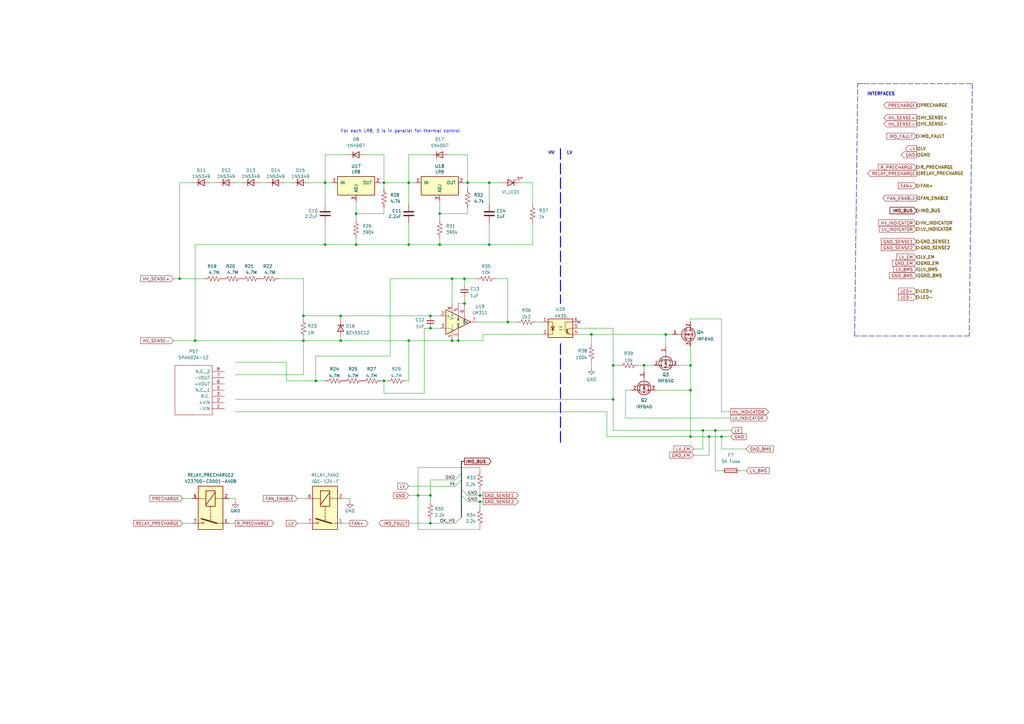
<source format=kicad_sch>
(kicad_sch (version 20211123) (generator eeschema)

  (uuid eb133412-0099-4523-9e1c-481c23bbc6e9)

  (paper "A3")

  (lib_symbols
    (symbol "Comparator:LM311" (pin_names (offset 0.127)) (in_bom yes) (on_board yes)
      (property "Reference" "U" (id 0) (at 3.81 6.35 0)
        (effects (font (size 1.27 1.27)) (justify left))
      )
      (property "Value" "LM311" (id 1) (at 3.81 3.81 0)
        (effects (font (size 1.27 1.27)) (justify left))
      )
      (property "Footprint" "" (id 2) (at 0 0 0)
        (effects (font (size 1.27 1.27)) hide)
      )
      (property "Datasheet" "https://www.st.com/resource/en/datasheet/lm311.pdf" (id 3) (at 0 0 0)
        (effects (font (size 1.27 1.27)) hide)
      )
      (property "ki_keywords" "cmp open collector" (id 4) (at 0 0 0)
        (effects (font (size 1.27 1.27)) hide)
      )
      (property "ki_description" "Voltage Comparator, DIP-8/SOIC-8" (id 5) (at 0 0 0)
        (effects (font (size 1.27 1.27)) hide)
      )
      (property "ki_fp_filters" "SOIC*3.9x4.9mm*P1.27mm* DIP*W7.62mm*" (id 6) (at 0 0 0)
        (effects (font (size 1.27 1.27)) hide)
      )
      (symbol "LM311_0_1"
        (polyline
          (pts
            (xy 5.08 0)
            (xy -5.08 5.08)
            (xy -5.08 -5.08)
            (xy 5.08 0)
          )
          (stroke (width 0.254) (type default) (color 0 0 0 0))
          (fill (type background))
        )
        (polyline
          (pts
            (xy 3.683 -0.381)
            (xy 3.302 -0.381)
            (xy 3.683 0)
            (xy 3.302 0.381)
            (xy 2.921 0)
            (xy 3.302 -0.381)
            (xy 2.921 -0.381)
          )
          (stroke (width 0.127) (type default) (color 0 0 0 0))
          (fill (type none))
        )
      )
      (symbol "LM311_1_1"
        (pin passive line (at 0 -7.62 90) (length 5.08)
          (name "GND" (effects (font (size 0.635 0.635))))
          (number "1" (effects (font (size 1.27 1.27))))
        )
        (pin input line (at -7.62 2.54 0) (length 2.54)
          (name "+" (effects (font (size 1.27 1.27))))
          (number "2" (effects (font (size 1.27 1.27))))
        )
        (pin input line (at -7.62 -2.54 0) (length 2.54)
          (name "-" (effects (font (size 1.27 1.27))))
          (number "3" (effects (font (size 1.27 1.27))))
        )
        (pin power_in line (at -2.54 -7.62 90) (length 3.81)
          (name "V-" (effects (font (size 1.27 1.27))))
          (number "4" (effects (font (size 1.27 1.27))))
        )
        (pin input line (at 0 7.62 270) (length 5.08)
          (name "BAL" (effects (font (size 0.635 0.635))))
          (number "5" (effects (font (size 1.27 1.27))))
        )
        (pin input line (at 2.54 7.62 270) (length 6.35)
          (name "STRB" (effects (font (size 0.508 0.508))))
          (number "6" (effects (font (size 1.27 1.27))))
        )
        (pin open_collector line (at 7.62 0 180) (length 2.54)
          (name "~" (effects (font (size 1.27 1.27))))
          (number "7" (effects (font (size 1.27 1.27))))
        )
        (pin power_in line (at -2.54 7.62 270) (length 3.81)
          (name "V+" (effects (font (size 1.27 1.27))))
          (number "8" (effects (font (size 1.27 1.27))))
        )
      )
    )
    (symbol "Device:C" (pin_numbers hide) (pin_names (offset 0.254)) (in_bom yes) (on_board yes)
      (property "Reference" "C" (id 0) (at 0.635 2.54 0)
        (effects (font (size 1.27 1.27)) (justify left))
      )
      (property "Value" "C" (id 1) (at 0.635 -2.54 0)
        (effects (font (size 1.27 1.27)) (justify left))
      )
      (property "Footprint" "" (id 2) (at 0.9652 -3.81 0)
        (effects (font (size 1.27 1.27)) hide)
      )
      (property "Datasheet" "~" (id 3) (at 0 0 0)
        (effects (font (size 1.27 1.27)) hide)
      )
      (property "ki_keywords" "cap capacitor" (id 4) (at 0 0 0)
        (effects (font (size 1.27 1.27)) hide)
      )
      (property "ki_description" "Unpolarized capacitor" (id 5) (at 0 0 0)
        (effects (font (size 1.27 1.27)) hide)
      )
      (property "ki_fp_filters" "C_*" (id 6) (at 0 0 0)
        (effects (font (size 1.27 1.27)) hide)
      )
      (symbol "C_0_1"
        (polyline
          (pts
            (xy -2.032 -0.762)
            (xy 2.032 -0.762)
          )
          (stroke (width 0.508) (type default) (color 0 0 0 0))
          (fill (type none))
        )
        (polyline
          (pts
            (xy -2.032 0.762)
            (xy 2.032 0.762)
          )
          (stroke (width 0.508) (type default) (color 0 0 0 0))
          (fill (type none))
        )
      )
      (symbol "C_1_1"
        (pin passive line (at 0 3.81 270) (length 2.794)
          (name "~" (effects (font (size 1.27 1.27))))
          (number "1" (effects (font (size 1.27 1.27))))
        )
        (pin passive line (at 0 -3.81 90) (length 2.794)
          (name "~" (effects (font (size 1.27 1.27))))
          (number "2" (effects (font (size 1.27 1.27))))
        )
      )
    )
    (symbol "Device:C_Small" (pin_numbers hide) (pin_names (offset 0.254) hide) (in_bom yes) (on_board yes)
      (property "Reference" "C" (id 0) (at 0.254 1.778 0)
        (effects (font (size 1.27 1.27)) (justify left))
      )
      (property "Value" "C_Small" (id 1) (at 0.254 -2.032 0)
        (effects (font (size 1.27 1.27)) (justify left))
      )
      (property "Footprint" "" (id 2) (at 0 0 0)
        (effects (font (size 1.27 1.27)) hide)
      )
      (property "Datasheet" "~" (id 3) (at 0 0 0)
        (effects (font (size 1.27 1.27)) hide)
      )
      (property "ki_keywords" "capacitor cap" (id 4) (at 0 0 0)
        (effects (font (size 1.27 1.27)) hide)
      )
      (property "ki_description" "Unpolarized capacitor, small symbol" (id 5) (at 0 0 0)
        (effects (font (size 1.27 1.27)) hide)
      )
      (property "ki_fp_filters" "C_*" (id 6) (at 0 0 0)
        (effects (font (size 1.27 1.27)) hide)
      )
      (symbol "C_Small_0_1"
        (polyline
          (pts
            (xy -1.524 -0.508)
            (xy 1.524 -0.508)
          )
          (stroke (width 0.3302) (type default) (color 0 0 0 0))
          (fill (type none))
        )
        (polyline
          (pts
            (xy -1.524 0.508)
            (xy 1.524 0.508)
          )
          (stroke (width 0.3048) (type default) (color 0 0 0 0))
          (fill (type none))
        )
      )
      (symbol "C_Small_1_1"
        (pin passive line (at 0 2.54 270) (length 2.032)
          (name "~" (effects (font (size 1.27 1.27))))
          (number "1" (effects (font (size 1.27 1.27))))
        )
        (pin passive line (at 0 -2.54 90) (length 2.032)
          (name "~" (effects (font (size 1.27 1.27))))
          (number "2" (effects (font (size 1.27 1.27))))
        )
      )
    )
    (symbol "Device:Fuse" (pin_numbers hide) (pin_names (offset 0)) (in_bom yes) (on_board yes)
      (property "Reference" "F" (id 0) (at 2.032 0 90)
        (effects (font (size 1.27 1.27)))
      )
      (property "Value" "Fuse" (id 1) (at -1.905 0 90)
        (effects (font (size 1.27 1.27)))
      )
      (property "Footprint" "" (id 2) (at -1.778 0 90)
        (effects (font (size 1.27 1.27)) hide)
      )
      (property "Datasheet" "~" (id 3) (at 0 0 0)
        (effects (font (size 1.27 1.27)) hide)
      )
      (property "ki_keywords" "fuse" (id 4) (at 0 0 0)
        (effects (font (size 1.27 1.27)) hide)
      )
      (property "ki_description" "Fuse" (id 5) (at 0 0 0)
        (effects (font (size 1.27 1.27)) hide)
      )
      (property "ki_fp_filters" "*Fuse*" (id 6) (at 0 0 0)
        (effects (font (size 1.27 1.27)) hide)
      )
      (symbol "Fuse_0_1"
        (rectangle (start -0.762 -2.54) (end 0.762 2.54)
          (stroke (width 0.254) (type default) (color 0 0 0 0))
          (fill (type none))
        )
        (polyline
          (pts
            (xy 0 2.54)
            (xy 0 -2.54)
          )
          (stroke (width 0) (type default) (color 0 0 0 0))
          (fill (type none))
        )
      )
      (symbol "Fuse_1_1"
        (pin passive line (at 0 3.81 270) (length 1.27)
          (name "~" (effects (font (size 1.27 1.27))))
          (number "1" (effects (font (size 1.27 1.27))))
        )
        (pin passive line (at 0 -3.81 90) (length 1.27)
          (name "~" (effects (font (size 1.27 1.27))))
          (number "2" (effects (font (size 1.27 1.27))))
        )
      )
    )
    (symbol "Device:LED" (pin_numbers hide) (pin_names (offset 1.016) hide) (in_bom yes) (on_board yes)
      (property "Reference" "D" (id 0) (at 0 2.54 0)
        (effects (font (size 1.27 1.27)))
      )
      (property "Value" "LED" (id 1) (at 0 -2.54 0)
        (effects (font (size 1.27 1.27)))
      )
      (property "Footprint" "" (id 2) (at 0 0 0)
        (effects (font (size 1.27 1.27)) hide)
      )
      (property "Datasheet" "~" (id 3) (at 0 0 0)
        (effects (font (size 1.27 1.27)) hide)
      )
      (property "ki_keywords" "LED diode" (id 4) (at 0 0 0)
        (effects (font (size 1.27 1.27)) hide)
      )
      (property "ki_description" "Light emitting diode" (id 5) (at 0 0 0)
        (effects (font (size 1.27 1.27)) hide)
      )
      (property "ki_fp_filters" "LED* LED_SMD:* LED_THT:*" (id 6) (at 0 0 0)
        (effects (font (size 1.27 1.27)) hide)
      )
      (symbol "LED_0_1"
        (polyline
          (pts
            (xy -1.27 -1.27)
            (xy -1.27 1.27)
          )
          (stroke (width 0.254) (type default) (color 0 0 0 0))
          (fill (type none))
        )
        (polyline
          (pts
            (xy -1.27 0)
            (xy 1.27 0)
          )
          (stroke (width 0) (type default) (color 0 0 0 0))
          (fill (type none))
        )
        (polyline
          (pts
            (xy 1.27 -1.27)
            (xy 1.27 1.27)
            (xy -1.27 0)
            (xy 1.27 -1.27)
          )
          (stroke (width 0.254) (type default) (color 0 0 0 0))
          (fill (type none))
        )
        (polyline
          (pts
            (xy -3.048 -0.762)
            (xy -4.572 -2.286)
            (xy -3.81 -2.286)
            (xy -4.572 -2.286)
            (xy -4.572 -1.524)
          )
          (stroke (width 0) (type default) (color 0 0 0 0))
          (fill (type none))
        )
        (polyline
          (pts
            (xy -1.778 -0.762)
            (xy -3.302 -2.286)
            (xy -2.54 -2.286)
            (xy -3.302 -2.286)
            (xy -3.302 -1.524)
          )
          (stroke (width 0) (type default) (color 0 0 0 0))
          (fill (type none))
        )
      )
      (symbol "LED_1_1"
        (pin passive line (at -3.81 0 0) (length 2.54)
          (name "K" (effects (font (size 1.27 1.27))))
          (number "1" (effects (font (size 1.27 1.27))))
        )
        (pin passive line (at 3.81 0 180) (length 2.54)
          (name "A" (effects (font (size 1.27 1.27))))
          (number "2" (effects (font (size 1.27 1.27))))
        )
      )
    )
    (symbol "Device:Q_NMOS_GDS" (pin_names (offset 0) hide) (in_bom yes) (on_board yes)
      (property "Reference" "Q" (id 0) (at 5.08 1.27 0)
        (effects (font (size 1.27 1.27)) (justify left))
      )
      (property "Value" "Q_NMOS_GDS" (id 1) (at 5.08 -1.27 0)
        (effects (font (size 1.27 1.27)) (justify left))
      )
      (property "Footprint" "" (id 2) (at 5.08 2.54 0)
        (effects (font (size 1.27 1.27)) hide)
      )
      (property "Datasheet" "~" (id 3) (at 0 0 0)
        (effects (font (size 1.27 1.27)) hide)
      )
      (property "ki_keywords" "transistor NMOS N-MOS N-MOSFET" (id 4) (at 0 0 0)
        (effects (font (size 1.27 1.27)) hide)
      )
      (property "ki_description" "N-MOSFET transistor, gate/drain/source" (id 5) (at 0 0 0)
        (effects (font (size 1.27 1.27)) hide)
      )
      (symbol "Q_NMOS_GDS_0_1"
        (polyline
          (pts
            (xy 0.254 0)
            (xy -2.54 0)
          )
          (stroke (width 0) (type default) (color 0 0 0 0))
          (fill (type none))
        )
        (polyline
          (pts
            (xy 0.254 1.905)
            (xy 0.254 -1.905)
          )
          (stroke (width 0.254) (type default) (color 0 0 0 0))
          (fill (type none))
        )
        (polyline
          (pts
            (xy 0.762 -1.27)
            (xy 0.762 -2.286)
          )
          (stroke (width 0.254) (type default) (color 0 0 0 0))
          (fill (type none))
        )
        (polyline
          (pts
            (xy 0.762 0.508)
            (xy 0.762 -0.508)
          )
          (stroke (width 0.254) (type default) (color 0 0 0 0))
          (fill (type none))
        )
        (polyline
          (pts
            (xy 0.762 2.286)
            (xy 0.762 1.27)
          )
          (stroke (width 0.254) (type default) (color 0 0 0 0))
          (fill (type none))
        )
        (polyline
          (pts
            (xy 2.54 2.54)
            (xy 2.54 1.778)
          )
          (stroke (width 0) (type default) (color 0 0 0 0))
          (fill (type none))
        )
        (polyline
          (pts
            (xy 2.54 -2.54)
            (xy 2.54 0)
            (xy 0.762 0)
          )
          (stroke (width 0) (type default) (color 0 0 0 0))
          (fill (type none))
        )
        (polyline
          (pts
            (xy 0.762 -1.778)
            (xy 3.302 -1.778)
            (xy 3.302 1.778)
            (xy 0.762 1.778)
          )
          (stroke (width 0) (type default) (color 0 0 0 0))
          (fill (type none))
        )
        (polyline
          (pts
            (xy 1.016 0)
            (xy 2.032 0.381)
            (xy 2.032 -0.381)
            (xy 1.016 0)
          )
          (stroke (width 0) (type default) (color 0 0 0 0))
          (fill (type outline))
        )
        (polyline
          (pts
            (xy 2.794 0.508)
            (xy 2.921 0.381)
            (xy 3.683 0.381)
            (xy 3.81 0.254)
          )
          (stroke (width 0) (type default) (color 0 0 0 0))
          (fill (type none))
        )
        (polyline
          (pts
            (xy 3.302 0.381)
            (xy 2.921 -0.254)
            (xy 3.683 -0.254)
            (xy 3.302 0.381)
          )
          (stroke (width 0) (type default) (color 0 0 0 0))
          (fill (type none))
        )
        (circle (center 1.651 0) (radius 2.794)
          (stroke (width 0.254) (type default) (color 0 0 0 0))
          (fill (type none))
        )
        (circle (center 2.54 -1.778) (radius 0.254)
          (stroke (width 0) (type default) (color 0 0 0 0))
          (fill (type outline))
        )
        (circle (center 2.54 1.778) (radius 0.254)
          (stroke (width 0) (type default) (color 0 0 0 0))
          (fill (type outline))
        )
      )
      (symbol "Q_NMOS_GDS_1_1"
        (pin input line (at -5.08 0 0) (length 2.54)
          (name "G" (effects (font (size 1.27 1.27))))
          (number "1" (effects (font (size 1.27 1.27))))
        )
        (pin passive line (at 2.54 5.08 270) (length 2.54)
          (name "D" (effects (font (size 1.27 1.27))))
          (number "2" (effects (font (size 1.27 1.27))))
        )
        (pin passive line (at 2.54 -5.08 90) (length 2.54)
          (name "S" (effects (font (size 1.27 1.27))))
          (number "3" (effects (font (size 1.27 1.27))))
        )
      )
    )
    (symbol "Device:R_US" (pin_numbers hide) (pin_names (offset 0)) (in_bom yes) (on_board yes)
      (property "Reference" "R" (id 0) (at 2.54 0 90)
        (effects (font (size 1.27 1.27)))
      )
      (property "Value" "R_US" (id 1) (at -2.54 0 90)
        (effects (font (size 1.27 1.27)))
      )
      (property "Footprint" "" (id 2) (at 1.016 -0.254 90)
        (effects (font (size 1.27 1.27)) hide)
      )
      (property "Datasheet" "~" (id 3) (at 0 0 0)
        (effects (font (size 1.27 1.27)) hide)
      )
      (property "ki_keywords" "R res resistor" (id 4) (at 0 0 0)
        (effects (font (size 1.27 1.27)) hide)
      )
      (property "ki_description" "Resistor, US symbol" (id 5) (at 0 0 0)
        (effects (font (size 1.27 1.27)) hide)
      )
      (property "ki_fp_filters" "R_*" (id 6) (at 0 0 0)
        (effects (font (size 1.27 1.27)) hide)
      )
      (symbol "R_US_0_1"
        (polyline
          (pts
            (xy 0 -2.286)
            (xy 0 -2.54)
          )
          (stroke (width 0) (type default) (color 0 0 0 0))
          (fill (type none))
        )
        (polyline
          (pts
            (xy 0 2.286)
            (xy 0 2.54)
          )
          (stroke (width 0) (type default) (color 0 0 0 0))
          (fill (type none))
        )
        (polyline
          (pts
            (xy 0 -0.762)
            (xy 1.016 -1.143)
            (xy 0 -1.524)
            (xy -1.016 -1.905)
            (xy 0 -2.286)
          )
          (stroke (width 0) (type default) (color 0 0 0 0))
          (fill (type none))
        )
        (polyline
          (pts
            (xy 0 0.762)
            (xy 1.016 0.381)
            (xy 0 0)
            (xy -1.016 -0.381)
            (xy 0 -0.762)
          )
          (stroke (width 0) (type default) (color 0 0 0 0))
          (fill (type none))
        )
        (polyline
          (pts
            (xy 0 2.286)
            (xy 1.016 1.905)
            (xy 0 1.524)
            (xy -1.016 1.143)
            (xy 0 0.762)
          )
          (stroke (width 0) (type default) (color 0 0 0 0))
          (fill (type none))
        )
      )
      (symbol "R_US_1_1"
        (pin passive line (at 0 3.81 270) (length 1.27)
          (name "~" (effects (font (size 1.27 1.27))))
          (number "1" (effects (font (size 1.27 1.27))))
        )
        (pin passive line (at 0 -3.81 90) (length 1.27)
          (name "~" (effects (font (size 1.27 1.27))))
          (number "2" (effects (font (size 1.27 1.27))))
        )
      )
    )
    (symbol "Diode:1N4007" (pin_numbers hide) (pin_names (offset 1.016) hide) (in_bom yes) (on_board yes)
      (property "Reference" "D" (id 0) (at 0 2.54 0)
        (effects (font (size 1.27 1.27)))
      )
      (property "Value" "1N4007" (id 1) (at 0 -2.54 0)
        (effects (font (size 1.27 1.27)))
      )
      (property "Footprint" "Diode_THT:D_DO-41_SOD81_P10.16mm_Horizontal" (id 2) (at 0 -4.445 0)
        (effects (font (size 1.27 1.27)) hide)
      )
      (property "Datasheet" "http://www.vishay.com/docs/88503/1n4001.pdf" (id 3) (at 0 0 0)
        (effects (font (size 1.27 1.27)) hide)
      )
      (property "ki_keywords" "diode" (id 4) (at 0 0 0)
        (effects (font (size 1.27 1.27)) hide)
      )
      (property "ki_description" "1000V 1A General Purpose Rectifier Diode, DO-41" (id 5) (at 0 0 0)
        (effects (font (size 1.27 1.27)) hide)
      )
      (property "ki_fp_filters" "D*DO?41*" (id 6) (at 0 0 0)
        (effects (font (size 1.27 1.27)) hide)
      )
      (symbol "1N4007_0_1"
        (polyline
          (pts
            (xy -1.27 1.27)
            (xy -1.27 -1.27)
          )
          (stroke (width 0.254) (type default) (color 0 0 0 0))
          (fill (type none))
        )
        (polyline
          (pts
            (xy 1.27 0)
            (xy -1.27 0)
          )
          (stroke (width 0) (type default) (color 0 0 0 0))
          (fill (type none))
        )
        (polyline
          (pts
            (xy 1.27 1.27)
            (xy 1.27 -1.27)
            (xy -1.27 0)
            (xy 1.27 1.27)
          )
          (stroke (width 0.254) (type default) (color 0 0 0 0))
          (fill (type none))
        )
      )
      (symbol "1N4007_1_1"
        (pin passive line (at -3.81 0 0) (length 2.54)
          (name "K" (effects (font (size 1.27 1.27))))
          (number "1" (effects (font (size 1.27 1.27))))
        )
        (pin passive line (at 3.81 0 180) (length 2.54)
          (name "A" (effects (font (size 1.27 1.27))))
          (number "2" (effects (font (size 1.27 1.27))))
        )
      )
    )
    (symbol "Diode:1N53xxB" (pin_numbers hide) (pin_names (offset 1.016) hide) (in_bom yes) (on_board yes)
      (property "Reference" "D" (id 0) (at 0 2.54 0)
        (effects (font (size 1.27 1.27)))
      )
      (property "Value" "1N53xxB" (id 1) (at 0 -2.54 0)
        (effects (font (size 1.27 1.27)))
      )
      (property "Footprint" "Diode_THT:D_DO-201_P15.24mm_Horizontal" (id 2) (at 0 -4.445 0)
        (effects (font (size 1.27 1.27)) hide)
      )
      (property "Datasheet" "https://diotec.com/tl_files/diotec/files/pdf/datasheets/1n5345b.pdf" (id 3) (at 0 0 0)
        (effects (font (size 1.27 1.27)) hide)
      )
      (property "ki_keywords" "zener diode" (id 4) (at 0 0 0)
        (effects (font (size 1.27 1.27)) hide)
      )
      (property "ki_description" "5000mW Zener Diode, DO-201" (id 5) (at 0 0 0)
        (effects (font (size 1.27 1.27)) hide)
      )
      (property "ki_fp_filters" "D*DO?201*" (id 6) (at 0 0 0)
        (effects (font (size 1.27 1.27)) hide)
      )
      (symbol "1N53xxB_0_1"
        (polyline
          (pts
            (xy 1.27 0)
            (xy -1.27 0)
          )
          (stroke (width 0) (type default) (color 0 0 0 0))
          (fill (type none))
        )
        (polyline
          (pts
            (xy -1.27 -1.27)
            (xy -1.27 1.27)
            (xy -0.762 1.27)
          )
          (stroke (width 0.254) (type default) (color 0 0 0 0))
          (fill (type none))
        )
        (polyline
          (pts
            (xy 1.27 -1.27)
            (xy 1.27 1.27)
            (xy -1.27 0)
            (xy 1.27 -1.27)
          )
          (stroke (width 0.254) (type default) (color 0 0 0 0))
          (fill (type none))
        )
      )
      (symbol "1N53xxB_1_1"
        (pin passive line (at -3.81 0 0) (length 2.54)
          (name "K" (effects (font (size 1.27 1.27))))
          (number "1" (effects (font (size 1.27 1.27))))
        )
        (pin passive line (at 3.81 0 180) (length 2.54)
          (name "A" (effects (font (size 1.27 1.27))))
          (number "2" (effects (font (size 1.27 1.27))))
        )
      )
    )
    (symbol "Diode:BZV55C12" (pin_numbers hide) (pin_names (offset 1.016) hide) (in_bom yes) (on_board yes)
      (property "Reference" "D" (id 0) (at 0 2.54 0)
        (effects (font (size 1.27 1.27)))
      )
      (property "Value" "BZV55C12" (id 1) (at 0 -2.54 0)
        (effects (font (size 1.27 1.27)))
      )
      (property "Footprint" "Diode_SMD:D_MiniMELF" (id 2) (at 0 -4.445 0)
        (effects (font (size 1.27 1.27)) hide)
      )
      (property "Datasheet" "https://assets.nexperia.com/documents/data-sheet/BZV55_SER.pdf" (id 3) (at 0 0 0)
        (effects (font (size 1.27 1.27)) hide)
      )
      (property "ki_keywords" "zener diode" (id 4) (at 0 0 0)
        (effects (font (size 1.27 1.27)) hide)
      )
      (property "ki_description" "12V, 500mW, 5%, Zener diode, MiniMELF" (id 5) (at 0 0 0)
        (effects (font (size 1.27 1.27)) hide)
      )
      (property "ki_fp_filters" "D*MiniMELF*" (id 6) (at 0 0 0)
        (effects (font (size 1.27 1.27)) hide)
      )
      (symbol "BZV55C12_0_1"
        (polyline
          (pts
            (xy 1.27 0)
            (xy -1.27 0)
          )
          (stroke (width 0) (type default) (color 0 0 0 0))
          (fill (type none))
        )
        (polyline
          (pts
            (xy -1.27 -1.27)
            (xy -1.27 1.27)
            (xy -0.762 1.27)
          )
          (stroke (width 0.254) (type default) (color 0 0 0 0))
          (fill (type none))
        )
        (polyline
          (pts
            (xy 1.27 -1.27)
            (xy 1.27 1.27)
            (xy -1.27 0)
            (xy 1.27 -1.27)
          )
          (stroke (width 0.254) (type default) (color 0 0 0 0))
          (fill (type none))
        )
      )
      (symbol "BZV55C12_1_1"
        (pin passive line (at -3.81 0 0) (length 2.54)
          (name "K" (effects (font (size 1.27 1.27))))
          (number "1" (effects (font (size 1.27 1.27))))
        )
        (pin passive line (at 3.81 0 180) (length 2.54)
          (name "A" (effects (font (size 1.27 1.27))))
          (number "2" (effects (font (size 1.27 1.27))))
        )
      )
    )
    (symbol "Isolator:4N35" (pin_names (offset 1.016)) (in_bom yes) (on_board yes)
      (property "Reference" "U" (id 0) (at -5.08 5.08 0)
        (effects (font (size 1.27 1.27)) (justify left))
      )
      (property "Value" "4N35" (id 1) (at 0 5.08 0)
        (effects (font (size 1.27 1.27)) (justify left))
      )
      (property "Footprint" "Package_DIP:DIP-6_W7.62mm" (id 2) (at -5.08 -5.08 0)
        (effects (font (size 1.27 1.27) italic) (justify left) hide)
      )
      (property "Datasheet" "https://www.vishay.com/docs/81181/4n35.pdf" (id 3) (at 0 0 0)
        (effects (font (size 1.27 1.27)) (justify left) hide)
      )
      (property "ki_keywords" "NPN DC Optocoupler Base Connected" (id 4) (at 0 0 0)
        (effects (font (size 1.27 1.27)) hide)
      )
      (property "ki_description" "Optocoupler, Phototransistor Output, with Base Connection, Vce 70V, CTR 100%, Viso 5000V, DIP6" (id 5) (at 0 0 0)
        (effects (font (size 1.27 1.27)) hide)
      )
      (property "ki_fp_filters" "DIP*W7.62mm*" (id 6) (at 0 0 0)
        (effects (font (size 1.27 1.27)) hide)
      )
      (symbol "4N35_0_1"
        (rectangle (start -5.08 3.81) (end 5.08 -3.81)
          (stroke (width 0.254) (type default) (color 0 0 0 0))
          (fill (type background))
        )
        (polyline
          (pts
            (xy -3.81 -0.635)
            (xy -2.54 -0.635)
          )
          (stroke (width 0.254) (type default) (color 0 0 0 0))
          (fill (type none))
        )
        (polyline
          (pts
            (xy 2.667 -1.397)
            (xy 3.81 -2.54)
          )
          (stroke (width 0) (type default) (color 0 0 0 0))
          (fill (type none))
        )
        (polyline
          (pts
            (xy 2.667 -1.143)
            (xy 3.81 0)
          )
          (stroke (width 0) (type default) (color 0 0 0 0))
          (fill (type none))
        )
        (polyline
          (pts
            (xy 3.81 -2.54)
            (xy 5.08 -2.54)
          )
          (stroke (width 0) (type default) (color 0 0 0 0))
          (fill (type none))
        )
        (polyline
          (pts
            (xy 3.81 0)
            (xy 5.08 0)
          )
          (stroke (width 0) (type default) (color 0 0 0 0))
          (fill (type none))
        )
        (polyline
          (pts
            (xy 2.667 -0.254)
            (xy 2.667 -2.286)
            (xy 2.667 -2.286)
          )
          (stroke (width 0.3556) (type default) (color 0 0 0 0))
          (fill (type none))
        )
        (polyline
          (pts
            (xy -5.08 -2.54)
            (xy -3.175 -2.54)
            (xy -3.175 2.54)
            (xy -5.08 2.54)
          )
          (stroke (width 0) (type default) (color 0 0 0 0))
          (fill (type none))
        )
        (polyline
          (pts
            (xy -3.175 -0.635)
            (xy -3.81 0.635)
            (xy -2.54 0.635)
            (xy -3.175 -0.635)
          )
          (stroke (width 0.254) (type default) (color 0 0 0 0))
          (fill (type none))
        )
        (polyline
          (pts
            (xy 3.683 -2.413)
            (xy 3.429 -1.905)
            (xy 3.175 -2.159)
            (xy 3.683 -2.413)
          )
          (stroke (width 0) (type default) (color 0 0 0 0))
          (fill (type none))
        )
        (polyline
          (pts
            (xy 5.08 2.54)
            (xy 1.905 2.54)
            (xy 1.905 -1.27)
            (xy 2.54 -1.27)
          )
          (stroke (width 0) (type default) (color 0 0 0 0))
          (fill (type none))
        )
        (polyline
          (pts
            (xy -0.635 -0.508)
            (xy 0.635 -0.508)
            (xy 0.254 -0.635)
            (xy 0.254 -0.381)
            (xy 0.635 -0.508)
          )
          (stroke (width 0) (type default) (color 0 0 0 0))
          (fill (type none))
        )
        (polyline
          (pts
            (xy -0.635 0.508)
            (xy 0.635 0.508)
            (xy 0.254 0.381)
            (xy 0.254 0.635)
            (xy 0.635 0.508)
          )
          (stroke (width 0) (type default) (color 0 0 0 0))
          (fill (type none))
        )
      )
      (symbol "4N35_1_1"
        (pin passive line (at -7.62 2.54 0) (length 2.54)
          (name "~" (effects (font (size 1.27 1.27))))
          (number "1" (effects (font (size 1.27 1.27))))
        )
        (pin passive line (at -7.62 -2.54 0) (length 2.54)
          (name "~" (effects (font (size 1.27 1.27))))
          (number "2" (effects (font (size 1.27 1.27))))
        )
        (pin no_connect line (at -5.08 0 0) (length 2.54) hide
          (name "NC" (effects (font (size 1.27 1.27))))
          (number "3" (effects (font (size 1.27 1.27))))
        )
        (pin passive line (at 7.62 -2.54 180) (length 2.54)
          (name "~" (effects (font (size 1.27 1.27))))
          (number "4" (effects (font (size 1.27 1.27))))
        )
        (pin passive line (at 7.62 0 180) (length 2.54)
          (name "~" (effects (font (size 1.27 1.27))))
          (number "5" (effects (font (size 1.27 1.27))))
        )
        (pin passive line (at 7.62 2.54 180) (length 2.54)
          (name "~" (effects (font (size 1.27 1.27))))
          (number "6" (effects (font (size 1.27 1.27))))
        )
      )
    )
    (symbol "Regulator_Linear:LR8K4-G" (pin_names (offset 1.016)) (in_bom yes) (on_board yes)
      (property "Reference" "U" (id 0) (at -7.62 3.81 0)
        (effects (font (size 1.27 1.27)) (justify left))
      )
      (property "Value" "LR8K4-G" (id 1) (at 0 3.81 0)
        (effects (font (size 1.27 1.27)) (justify left))
      )
      (property "Footprint" "Package_TO_SOT_SMD:TO-252-2" (id 2) (at 0 -11.43 0)
        (effects (font (size 1.27 1.27)) hide)
      )
      (property "Datasheet" "http://ww1.microchip.com/downloads/en/DeviceDoc/20005399B.pdf" (id 3) (at 0 0 0)
        (effects (font (size 1.27 1.27)) hide)
      )
      (property "ki_keywords" "High-Voltage Regulator Adjustable Positive" (id 4) (at 0 0 0)
        (effects (font (size 1.27 1.27)) hide)
      )
      (property "ki_description" "30mA 450V High-Voltage Linear Regulator (Adjustable), TO-252 (D-PAK)" (id 5) (at 0 0 0)
        (effects (font (size 1.27 1.27)) hide)
      )
      (property "ki_fp_filters" "TO*252*" (id 6) (at 0 0 0)
        (effects (font (size 1.27 1.27)) hide)
      )
      (symbol "LR8K4-G_0_1"
        (rectangle (start -7.62 2.54) (end 7.62 -5.08)
          (stroke (width 0.254) (type default) (color 0 0 0 0))
          (fill (type background))
        )
      )
      (symbol "LR8K4-G_1_1"
        (pin input line (at -10.16 0 0) (length 2.54)
          (name "IN" (effects (font (size 1.27 1.27))))
          (number "1" (effects (font (size 1.27 1.27))))
        )
        (pin power_out line (at 10.16 0 180) (length 2.54)
          (name "OUT" (effects (font (size 1.27 1.27))))
          (number "2" (effects (font (size 1.27 1.27))))
        )
        (pin input line (at 0 -7.62 90) (length 2.54)
          (name "ADJ" (effects (font (size 1.27 1.27))))
          (number "3" (effects (font (size 1.27 1.27))))
        )
      )
    )
    (symbol "Relay:DIPxx-1Axx-12x" (in_bom yes) (on_board yes)
      (property "Reference" "K" (id 0) (at 8.89 3.81 0)
        (effects (font (size 1.27 1.27)) (justify left))
      )
      (property "Value" "DIPxx-1Axx-12x" (id 1) (at 8.89 1.27 0)
        (effects (font (size 1.27 1.27)) (justify left))
      )
      (property "Footprint" "Relay_THT:Relay_StandexMeder_DIP_LowProfile" (id 2) (at 8.89 -1.27 0)
        (effects (font (size 1.27 1.27)) (justify left) hide)
      )
      (property "Datasheet" "https://standexelectronics.com/wp-content/uploads/datasheet_reed_relay_DIP.pdf" (id 3) (at 0 0 0)
        (effects (font (size 1.27 1.27)) hide)
      )
      (property "ki_keywords" "Single Pole Reed Relay SPST" (id 4) (at 0 0 0)
        (effects (font (size 1.27 1.27)) hide)
      )
      (property "ki_description" "Standex Meder DIP reed relay, SPST, Closing Contact" (id 5) (at 0 0 0)
        (effects (font (size 1.27 1.27)) hide)
      )
      (property "ki_fp_filters" "Relay*StandexMeder*DIP*LowProfile*" (id 6) (at 0 0 0)
        (effects (font (size 1.27 1.27)) hide)
      )
      (symbol "DIPxx-1Axx-12x_0_0"
        (polyline
          (pts
            (xy 5.08 5.08)
            (xy 5.08 2.54)
            (xy 4.445 3.175)
            (xy 5.08 3.81)
          )
          (stroke (width 0) (type default) (color 0 0 0 0))
          (fill (type none))
        )
      )
      (symbol "DIPxx-1Axx-12x_0_1"
        (rectangle (start -10.16 5.08) (end 7.62 -5.08)
          (stroke (width 0.254) (type default) (color 0 0 0 0))
          (fill (type background))
        )
        (rectangle (start -8.255 1.905) (end -1.905 -1.905)
          (stroke (width 0.254) (type default) (color 0 0 0 0))
          (fill (type none))
        )
        (polyline
          (pts
            (xy -7.62 -1.905)
            (xy -2.54 1.905)
          )
          (stroke (width 0.254) (type default) (color 0 0 0 0))
          (fill (type none))
        )
        (polyline
          (pts
            (xy -5.08 -5.08)
            (xy -5.08 -1.905)
          )
          (stroke (width 0) (type default) (color 0 0 0 0))
          (fill (type none))
        )
        (polyline
          (pts
            (xy -5.08 5.08)
            (xy -5.08 1.905)
          )
          (stroke (width 0) (type default) (color 0 0 0 0))
          (fill (type none))
        )
        (polyline
          (pts
            (xy -1.905 0)
            (xy -1.27 0)
          )
          (stroke (width 0.254) (type default) (color 0 0 0 0))
          (fill (type none))
        )
        (polyline
          (pts
            (xy -0.635 0)
            (xy 0 0)
          )
          (stroke (width 0.254) (type default) (color 0 0 0 0))
          (fill (type none))
        )
        (polyline
          (pts
            (xy 0.635 0)
            (xy 1.27 0)
          )
          (stroke (width 0.254) (type default) (color 0 0 0 0))
          (fill (type none))
        )
        (polyline
          (pts
            (xy 1.905 0)
            (xy 2.54 0)
          )
          (stroke (width 0.254) (type default) (color 0 0 0 0))
          (fill (type none))
        )
        (polyline
          (pts
            (xy 3.175 0)
            (xy 3.81 0)
          )
          (stroke (width 0.254) (type default) (color 0 0 0 0))
          (fill (type none))
        )
        (polyline
          (pts
            (xy 5.08 -2.54)
            (xy 3.175 3.81)
          )
          (stroke (width 0.508) (type default) (color 0 0 0 0))
          (fill (type none))
        )
        (polyline
          (pts
            (xy 5.08 -2.54)
            (xy 5.08 -5.08)
          )
          (stroke (width 0) (type default) (color 0 0 0 0))
          (fill (type none))
        )
      )
      (symbol "DIPxx-1Axx-12x_1_1"
        (pin passive line (at 5.08 -7.62 90) (length 2.54)
          (name "~" (effects (font (size 1.27 1.27))))
          (number "1" (effects (font (size 1.27 1.27))))
        )
        (pin passive line (at -5.08 -7.62 90) (length 2.54) hide
          (name "~" (effects (font (size 1.27 1.27))))
          (number "13" (effects (font (size 1.27 1.27))))
        )
        (pin passive line (at 5.08 -7.62 90) (length 2.54) hide
          (name "~" (effects (font (size 1.27 1.27))))
          (number "14" (effects (font (size 1.27 1.27))))
        )
        (pin passive line (at -5.08 -7.62 90) (length 2.54)
          (name "~" (effects (font (size 1.27 1.27))))
          (number "2" (effects (font (size 1.27 1.27))))
        )
        (pin passive line (at -5.08 7.62 270) (length 2.54)
          (name "~" (effects (font (size 1.27 1.27))))
          (number "6" (effects (font (size 1.27 1.27))))
        )
        (pin passive line (at 5.08 7.62 270) (length 2.54)
          (name "~" (effects (font (size 1.27 1.27))))
          (number "7" (effects (font (size 1.27 1.27))))
        )
        (pin passive line (at 5.08 7.62 270) (length 2.54) hide
          (name "~" (effects (font (size 1.27 1.27))))
          (number "8" (effects (font (size 1.27 1.27))))
        )
      )
    )
    (symbol "SPAN02A-12:SPAN02A-12" (pin_names (offset 0.762)) (in_bom yes) (on_board yes)
      (property "Reference" "PS" (id 0) (at 21.59 7.62 0)
        (effects (font (size 1.27 1.27)) (justify left))
      )
      (property "Value" "SPAN02A-12" (id 1) (at 21.59 5.08 0)
        (effects (font (size 1.27 1.27)) (justify left))
      )
      (property "Footprint" "SPAN02A12" (id 2) (at 21.59 2.54 0)
        (effects (font (size 1.27 1.27)) (justify left) hide)
      )
      (property "Datasheet" "https://datasheet.datasheetarchive.com/originals/distributors/DKDS-2/37032.pdf" (id 3) (at 21.59 0 0)
        (effects (font (size 1.27 1.27)) (justify left) hide)
      )
      (property "Description" "Isolated DC/DC Converters 9-18Vin 12Vout 167mA SIP8 Reg Iso" (id 4) (at 21.59 -2.54 0)
        (effects (font (size 1.27 1.27)) (justify left) hide)
      )
      (property "Height" "11.6" (id 5) (at 21.59 -5.08 0)
        (effects (font (size 1.27 1.27)) (justify left) hide)
      )
      (property "Manufacturer_Name" "Mean Well" (id 6) (at 21.59 -7.62 0)
        (effects (font (size 1.27 1.27)) (justify left) hide)
      )
      (property "Manufacturer_Part_Number" "SPAN02A-12" (id 7) (at 21.59 -10.16 0)
        (effects (font (size 1.27 1.27)) (justify left) hide)
      )
      (property "Mouser Part Number" "709-SPAN02A-12" (id 8) (at 21.59 -12.7 0)
        (effects (font (size 1.27 1.27)) (justify left) hide)
      )
      (property "Mouser Price/Stock" "https://www.mouser.co.uk/ProductDetail/MEAN-WELL/SPAN02A-12?qs=5aG0NVq1C4wxQqKsG84AkQ%3D%3D" (id 9) (at 21.59 -15.24 0)
        (effects (font (size 1.27 1.27)) (justify left) hide)
      )
      (property "Arrow Part Number" "SPAN02A-12" (id 10) (at 21.59 -17.78 0)
        (effects (font (size 1.27 1.27)) (justify left) hide)
      )
      (property "Arrow Price/Stock" "https://www.arrow.com/en/products/span02a-12/mean-well-enterprises?region=nac" (id 11) (at 21.59 -20.32 0)
        (effects (font (size 1.27 1.27)) (justify left) hide)
      )
      (property "ki_description" "Isolated DC/DC Converters 9-18Vin 12Vout 167mA SIP8 Reg Iso" (id 12) (at 0 0 0)
        (effects (font (size 1.27 1.27)) hide)
      )
      (symbol "SPAN02A-12_0_0"
        (pin passive line (at 0 0 0) (length 5.08)
          (name "-VIN" (effects (font (size 1.27 1.27))))
          (number "1" (effects (font (size 1.27 1.27))))
        )
        (pin passive line (at 0 -2.54 0) (length 5.08)
          (name "+VIN" (effects (font (size 1.27 1.27))))
          (number "2" (effects (font (size 1.27 1.27))))
        )
        (pin passive line (at 0 -5.08 0) (length 5.08)
          (name "R.C." (effects (font (size 1.27 1.27))))
          (number "3" (effects (font (size 1.27 1.27))))
        )
        (pin passive line (at 0 -7.62 0) (length 5.08)
          (name "N.C._1" (effects (font (size 1.27 1.27))))
          (number "5" (effects (font (size 1.27 1.27))))
        )
        (pin passive line (at 0 -10.16 0) (length 5.08)
          (name "+VOUT" (effects (font (size 1.27 1.27))))
          (number "6" (effects (font (size 1.27 1.27))))
        )
        (pin passive line (at 0 -12.7 0) (length 5.08)
          (name "-VOUT" (effects (font (size 1.27 1.27))))
          (number "7" (effects (font (size 1.27 1.27))))
        )
        (pin passive line (at 0 -15.24 0) (length 5.08)
          (name "N.C._2" (effects (font (size 1.27 1.27))))
          (number "8" (effects (font (size 1.27 1.27))))
        )
      )
      (symbol "SPAN02A-12_0_1"
        (polyline
          (pts
            (xy 5.08 2.54)
            (xy 20.32 2.54)
            (xy 20.32 -17.78)
            (xy 5.08 -17.78)
            (xy 5.08 2.54)
          )
          (stroke (width 0.1524) (type default) (color 0 0 0 0))
          (fill (type none))
        )
      )
    )
    (symbol "power:GND" (power) (pin_names (offset 0)) (in_bom yes) (on_board yes)
      (property "Reference" "#PWR" (id 0) (at 0 -6.35 0)
        (effects (font (size 1.27 1.27)) hide)
      )
      (property "Value" "GND" (id 1) (at 0 -3.81 0)
        (effects (font (size 1.27 1.27)))
      )
      (property "Footprint" "" (id 2) (at 0 0 0)
        (effects (font (size 1.27 1.27)) hide)
      )
      (property "Datasheet" "" (id 3) (at 0 0 0)
        (effects (font (size 1.27 1.27)) hide)
      )
      (property "ki_keywords" "power-flag" (id 4) (at 0 0 0)
        (effects (font (size 1.27 1.27)) hide)
      )
      (property "ki_description" "Power symbol creates a global label with name \"GND\" , ground" (id 5) (at 0 0 0)
        (effects (font (size 1.27 1.27)) hide)
      )
      (symbol "GND_0_1"
        (polyline
          (pts
            (xy 0 0)
            (xy 0 -1.27)
            (xy 1.27 -1.27)
            (xy 0 -2.54)
            (xy -1.27 -1.27)
            (xy 0 -1.27)
          )
          (stroke (width 0) (type default) (color 0 0 0 0))
          (fill (type none))
        )
      )
      (symbol "GND_1_1"
        (pin power_in line (at 0 0 270) (length 0) hide
          (name "GND" (effects (font (size 1.27 1.27))))
          (number "1" (effects (font (size 1.27 1.27))))
        )
      )
    )
  )

  (junction (at 190.5 114.3) (diameter 0) (color 0 0 0 0)
    (uuid 1087f5ff-c3e7-45f9-a2c3-63a923af4e38)
  )
  (junction (at 283.21 179.07) (diameter 0) (color 0 0 0 0)
    (uuid 19641fe3-09ad-4b7b-8b57-68beda51ad34)
  )
  (junction (at 73.66 114.3) (diameter 0) (color 0 0 0 0)
    (uuid 1f8c5653-bd47-4026-81db-edb23dd38726)
  )
  (junction (at 133.35 74.93) (diameter 0) (color 0 0 0 0)
    (uuid 243d1b13-355d-4aa3-8cf8-d54950f99f8e)
  )
  (junction (at 251.46 163.83) (diameter 0) (color 0 0 0 0)
    (uuid 269d900c-7c14-408c-af69-72b76a0d360b)
  )
  (junction (at 242.57 137.16) (diameter 0) (color 0 0 0 0)
    (uuid 2aa48b4e-1f9c-43b4-acaa-f73a296363ea)
  )
  (junction (at 167.64 100.33) (diameter 0) (color 0 0 0 0)
    (uuid 2e1c46b5-30c3-493b-82ce-8f4e315a5466)
  )
  (junction (at 190.5 124.46) (diameter 0) (color 0 0 0 0)
    (uuid 38d3d2e6-f261-4198-b297-fdff212098b1)
  )
  (junction (at 139.7 129.54) (diameter 0) (color 0 0 0 0)
    (uuid 43926f22-2bc2-4314-9da5-37df48c2e493)
  )
  (junction (at 139.7 139.7) (diameter 0) (color 0 0 0 0)
    (uuid 501dfb1d-76eb-4cc3-a3ab-b4653560e2de)
  )
  (junction (at 290.83 179.07) (diameter 0) (color 0 0 0 0)
    (uuid 51482959-8ac2-45f7-b8c7-3d3b55dfdec1)
  )
  (junction (at 208.28 132.08) (diameter 0) (color 0 0 0 0)
    (uuid 558237c6-e57d-479a-9c83-dce20c174d6b)
  )
  (junction (at 200.66 100.33) (diameter 0) (color 0 0 0 0)
    (uuid 5b71dff4-6b19-44a3-8dca-084ae72821ab)
  )
  (junction (at 200.66 74.93) (diameter 0) (color 0 0 0 0)
    (uuid 5fd2d4cd-51c9-4994-afd6-48fd38d64d34)
  )
  (junction (at 124.46 139.7) (diameter 0) (color 0 0 0 0)
    (uuid 64fc95ba-ea46-4f5c-82d2-d1a345f7f721)
  )
  (junction (at 146.05 87.63) (diameter 0) (color 0 0 0 0)
    (uuid 664fc64a-29d8-48fa-b49c-8c3e9873c2ed)
  )
  (junction (at 146.05 100.33) (diameter 0) (color 0 0 0 0)
    (uuid 6bf5247f-ef9f-40f5-a069-4f35a32a7694)
  )
  (junction (at 176.53 203.2) (diameter 0) (color 0 0 0 0)
    (uuid 6d89a26b-fadc-4d42-8ad7-831c9a1bef6d)
  )
  (junction (at 176.53 214.63) (diameter 0) (color 0 0 0 0)
    (uuid 72a650f3-0b2b-4088-8c36-c13d3bf3d1f7)
  )
  (junction (at 80.01 139.7) (diameter 0) (color 0 0 0 0)
    (uuid 755fa9e3-f187-41ea-ab2c-137db1a1a04c)
  )
  (junction (at 196.85 203.2) (diameter 0) (color 0 0 0 0)
    (uuid 7879fd6d-8523-40e9-ac87-65ed2628002c)
  )
  (junction (at 273.05 137.16) (diameter 0) (color 0 0 0 0)
    (uuid 834736a7-5dcd-4a74-9dc7-31a7e0dd6376)
  )
  (junction (at 187.96 139.7) (diameter 0) (color 0 0 0 0)
    (uuid 8b2e716f-f1a4-4c33-8146-6331edb32da1)
  )
  (junction (at 124.46 129.54) (diameter 0) (color 0 0 0 0)
    (uuid 9766fc69-6a9a-47e9-ace1-5a34489f658a)
  )
  (junction (at 176.53 134.62) (diameter 0) (color 0 0 0 0)
    (uuid a13dc13e-1e21-4a37-90f0-e48adb5f29cc)
  )
  (junction (at 283.21 149.86) (diameter 0) (color 0 0 0 0)
    (uuid a51b20c7-6f1e-40c8-b630-da3da3225b3a)
  )
  (junction (at 176.53 129.54) (diameter 0) (color 0 0 0 0)
    (uuid a5ea5c4b-c977-4b63-b07c-fd4da192320a)
  )
  (junction (at 171.45 203.2) (diameter 0) (color 0 0 0 0)
    (uuid a9a007b9-d613-4bc8-910a-c8f3ce8e581f)
  )
  (junction (at 288.29 176.53) (diameter 0) (color 0 0 0 0)
    (uuid a9ba13f8-2a35-42a7-9c7f-667e381b8353)
  )
  (junction (at 196.85 205.74) (diameter 0) (color 0 0 0 0)
    (uuid afa3bb88-5c96-4ead-8c11-96311cbb4c9f)
  )
  (junction (at 191.77 74.93) (diameter 0) (color 0 0 0 0)
    (uuid afa818ef-bfac-4010-b31b-fd719bebb677)
  )
  (junction (at 283.21 160.02) (diameter 0) (color 0 0 0 0)
    (uuid b0c592b0-bd78-4bdd-84a6-15dbd2b4b8bd)
  )
  (junction (at 157.48 156.21) (diameter 0) (color 0 0 0 0)
    (uuid b7b1b963-0c7f-4711-ad3b-f08ff769ca9b)
  )
  (junction (at 129.54 156.21) (diameter 0) (color 0 0 0 0)
    (uuid b8a2642a-9e53-472e-9d2b-c290ef9e407f)
  )
  (junction (at 295.91 179.07) (diameter 0) (color 0 0 0 0)
    (uuid bb292092-192b-49a6-b131-ee8f75b820e2)
  )
  (junction (at 180.34 87.63) (diameter 0) (color 0 0 0 0)
    (uuid bc0925d2-b151-4f4e-8f76-9d5007db2130)
  )
  (junction (at 167.64 74.93) (diameter 0) (color 0 0 0 0)
    (uuid c2f56f4d-b22b-47de-8850-3407fa496d08)
  )
  (junction (at 293.37 176.53) (diameter 0) (color 0 0 0 0)
    (uuid c6aae64f-1cd9-47a4-84b3-7d308ce6fa51)
  )
  (junction (at 180.34 100.33) (diameter 0) (color 0 0 0 0)
    (uuid cf956cf5-e0e7-48d4-9c38-ccb4311035c5)
  )
  (junction (at 157.48 74.93) (diameter 0) (color 0 0 0 0)
    (uuid d4cf250a-0f01-4c18-803c-a15fb8e4391c)
  )
  (junction (at 133.35 100.33) (diameter 0) (color 0 0 0 0)
    (uuid d96d90fb-b9ec-4669-b452-1396c4d4b27e)
  )
  (junction (at 167.64 139.7) (diameter 0) (color 0 0 0 0)
    (uuid d9be35c6-8fc6-44c7-ac4d-361e605c74bc)
  )
  (junction (at 185.42 139.7) (diameter 0) (color 0 0 0 0)
    (uuid dcf4814a-facf-4afe-8343-2c0c01f10897)
  )
  (junction (at 264.16 149.86) (diameter 0) (color 0 0 0 0)
    (uuid e17e5726-62f2-4276-b255-713545f1c247)
  )
  (junction (at 185.42 114.3) (diameter 0) (color 0 0 0 0)
    (uuid f8bd4555-594e-421f-8b48-bac9eef64578)
  )
  (junction (at 251.46 149.86) (diameter 0) (color 0 0 0 0)
    (uuid ff9b3030-f681-495d-ab3f-b4dd41ee46a8)
  )

  (no_connect (at 237.49 132.08) (uuid 476dc936-e65b-43df-9f8d-1b67559917d2))

  (bus_entry (at 189.23 194.31) (size -2.54 2.54)
    (stroke (width 0) (type default) (color 0 0 0 0))
    (uuid 0de7fd31-ee17-4eef-8c88-5d710bf50a32)
  )
  (bus_entry (at 189.23 212.09) (size -2.54 2.54)
    (stroke (width 0) (type default) (color 0 0 0 0))
    (uuid 9dd09830-5dec-4fb5-84e4-199649b83de1)
  )
  (bus_entry (at 189.23 200.66) (size 2.54 2.54)
    (stroke (width 0) (type default) (color 0 0 0 0))
    (uuid ba381a29-b484-40b4-bb68-353de65e6bfa)
  )
  (bus_entry (at 189.23 196.85) (size -2.54 2.54)
    (stroke (width 0) (type default) (color 0 0 0 0))
    (uuid c693684d-0fc3-4648-94db-1e31dbf9773e)
  )
  (bus_entry (at 189.23 203.2) (size 2.54 2.54)
    (stroke (width 0) (type default) (color 0 0 0 0))
    (uuid cad62a3c-a286-40db-a3b2-ee6282a0e0a0)
  )

  (wire (pts (xy 140.97 204.47) (xy 143.51 204.47))
    (stroke (width 0) (type default) (color 0 0 0 0))
    (uuid 00088c6b-c12a-44e5-838a-1b134555e504)
  )
  (wire (pts (xy 86.36 74.93) (xy 88.9 74.93))
    (stroke (width 0) (type default) (color 0 0 0 0))
    (uuid 01dacaa6-bd93-4748-b659-d764f41d3abc)
  )
  (wire (pts (xy 190.5 114.3) (xy 185.42 114.3))
    (stroke (width 0) (type default) (color 0 0 0 0))
    (uuid 02bc55aa-e616-4c2a-82c6-6ee09e08efd7)
  )
  (wire (pts (xy 157.48 156.21) (xy 157.48 161.29))
    (stroke (width 0) (type default) (color 0 0 0 0))
    (uuid 02dca5d1-fef8-4360-aa6f-3e450cfb42ad)
  )
  (polyline (pts (xy 354.33 34.29) (xy 398.78 34.29))
    (stroke (width 0.2) (type default) (color 0 0 0 0))
    (uuid 03c82d95-1a08-4d17-81a7-94cbdd835c2b)
  )

  (wire (pts (xy 124.46 153.67) (xy 96.52 153.67))
    (stroke (width 0) (type default) (color 0 0 0 0))
    (uuid 04163f82-3e0d-4010-9c25-c1bce925bd40)
  )
  (wire (pts (xy 293.37 176.53) (xy 293.37 193.04))
    (stroke (width 0) (type default) (color 0 0 0 0))
    (uuid 04909b8e-79d4-4b39-9b30-8d5983b0af42)
  )
  (wire (pts (xy 190.5 121.92) (xy 190.5 124.46))
    (stroke (width 0) (type default) (color 0 0 0 0))
    (uuid 0592faa4-c6bb-4d9f-ae7e-97c6c2252795)
  )
  (polyline (pts (xy 350.52 137.795) (xy 351.79 34.29))
    (stroke (width 0.2) (type default) (color 0 0 0 0))
    (uuid 05d96272-e778-47ec-af93-feeef487153e)
  )

  (wire (pts (xy 96.52 74.93) (xy 99.06 74.93))
    (stroke (width 0) (type default) (color 0 0 0 0))
    (uuid 07381619-7764-46d2-813e-894feb738a61)
  )
  (wire (pts (xy 251.46 134.62) (xy 251.46 149.86))
    (stroke (width 0) (type default) (color 0 0 0 0))
    (uuid 07cbf7f7-b84b-4dd3-b9bb-68569a02f858)
  )
  (wire (pts (xy 133.35 91.44) (xy 133.35 100.33))
    (stroke (width 0) (type default) (color 0 0 0 0))
    (uuid 08e50301-b4c0-4d52-ba52-a5069b842068)
  )
  (wire (pts (xy 185.42 139.7) (xy 187.96 139.7))
    (stroke (width 0) (type default) (color 0 0 0 0))
    (uuid 094124a5-8978-4a4d-a6e2-5b426773441f)
  )
  (wire (pts (xy 96.52 163.83) (xy 251.46 163.83))
    (stroke (width 0) (type default) (color 0 0 0 0))
    (uuid 0e443784-427c-4cbb-be2b-9f9cd1ef4969)
  )
  (wire (pts (xy 167.64 91.44) (xy 167.64 100.33))
    (stroke (width 0) (type default) (color 0 0 0 0))
    (uuid 145ef6da-1898-4dc6-aeee-f1769744a196)
  )
  (wire (pts (xy 157.48 74.93) (xy 157.48 77.47))
    (stroke (width 0) (type default) (color 0 0 0 0))
    (uuid 146b8de4-6ccd-4d08-9b7a-dd97add4b4ea)
  )
  (wire (pts (xy 143.51 214.63) (xy 140.97 214.63))
    (stroke (width 0) (type default) (color 0 0 0 0))
    (uuid 15f8c2ac-2018-4c22-90b9-118d956f2f20)
  )
  (wire (pts (xy 124.46 114.3) (xy 124.46 129.54))
    (stroke (width 0) (type default) (color 0 0 0 0))
    (uuid 1923d287-f2ad-4559-909a-1081ec75499e)
  )
  (wire (pts (xy 129.54 146.05) (xy 160.02 146.05))
    (stroke (width 0) (type default) (color 0 0 0 0))
    (uuid 1c775ebc-49de-403f-b00f-0036bc01c1ad)
  )
  (wire (pts (xy 74.93 204.47) (xy 78.74 204.47))
    (stroke (width 0) (type default) (color 0 0 0 0))
    (uuid 1c7a7b68-ec04-4917-a908-2bdbac6a6d62)
  )
  (wire (pts (xy 218.44 74.93) (xy 218.44 83.82))
    (stroke (width 0) (type default) (color 0 0 0 0))
    (uuid 1d62cf3c-8319-4c61-98a0-a9620d920d56)
  )
  (wire (pts (xy 218.44 100.33) (xy 200.66 100.33))
    (stroke (width 0) (type default) (color 0 0 0 0))
    (uuid 1d670607-d8aa-40ee-add7-dab1880a3722)
  )
  (wire (pts (xy 143.51 204.47) (xy 143.51 205.74))
    (stroke (width 0) (type default) (color 0 0 0 0))
    (uuid 2145164f-ee52-412a-829f-5a0805e13c01)
  )
  (polyline (pts (xy 229.87 60.96) (xy 229.87 124.46))
    (stroke (width 0.4) (type default) (color 0 0 0 0))
    (uuid 21716d34-3893-48b9-9246-c0a4492f996e)
  )

  (wire (pts (xy 184.15 63.5) (xy 191.77 63.5))
    (stroke (width 0) (type default) (color 0 0 0 0))
    (uuid 22bab1bd-33fe-4f33-8d24-5b5a9708635a)
  )
  (wire (pts (xy 191.77 205.74) (xy 196.85 205.74))
    (stroke (width 0) (type default) (color 0 0 0 0))
    (uuid 233acf4e-aa4a-4d6d-be25-ad03674e2fec)
  )
  (wire (pts (xy 290.83 179.07) (xy 295.91 179.07))
    (stroke (width 0) (type default) (color 0 0 0 0))
    (uuid 2340ad44-1ddd-4ff2-8cd1-42766a901d31)
  )
  (wire (pts (xy 156.21 74.93) (xy 157.48 74.93))
    (stroke (width 0) (type default) (color 0 0 0 0))
    (uuid 237389cb-0686-4646-8722-173ad35ce0f7)
  )
  (wire (pts (xy 96.52 214.63) (xy 93.98 214.63))
    (stroke (width 0) (type default) (color 0 0 0 0))
    (uuid 23a42d1d-1892-4f05-9287-bf22e0c2c039)
  )
  (wire (pts (xy 251.46 149.86) (xy 251.46 163.83))
    (stroke (width 0) (type default) (color 0 0 0 0))
    (uuid 2469f040-f06c-4b6d-8571-3aeaf09d12b8)
  )
  (wire (pts (xy 273.05 137.16) (xy 273.05 142.24))
    (stroke (width 0) (type default) (color 0 0 0 0))
    (uuid 247b82b4-c91c-4f98-a361-8a8e5a4fd5f9)
  )
  (wire (pts (xy 160.02 146.05) (xy 160.02 114.3))
    (stroke (width 0) (type default) (color 0 0 0 0))
    (uuid 2969946c-b27b-4e8f-bfc0-1e2207158089)
  )
  (wire (pts (xy 198.12 139.7) (xy 187.96 139.7))
    (stroke (width 0) (type default) (color 0 0 0 0))
    (uuid 29e0691f-b709-4cec-82fb-ba3e3e30a5c6)
  )
  (wire (pts (xy 176.53 213.36) (xy 176.53 214.63))
    (stroke (width 0) (type default) (color 0 0 0 0))
    (uuid 29f4067b-37f4-425a-a876-8909e0f39298)
  )
  (wire (pts (xy 248.92 179.07) (xy 283.21 179.07))
    (stroke (width 0) (type default) (color 0 0 0 0))
    (uuid 2c9c3711-4245-49d3-8bf2-559b96e4c087)
  )
  (wire (pts (xy 180.34 82.55) (xy 180.34 87.63))
    (stroke (width 0) (type default) (color 0 0 0 0))
    (uuid 2f162158-2039-4e22-8fdb-113e4b8f8253)
  )
  (wire (pts (xy 157.48 63.5) (xy 157.48 74.93))
    (stroke (width 0) (type default) (color 0 0 0 0))
    (uuid 2f87f20f-8bd9-4fb8-b94b-1d3a4afb2e68)
  )
  (wire (pts (xy 259.08 160.02) (xy 256.54 160.02))
    (stroke (width 0) (type default) (color 0 0 0 0))
    (uuid 304af403-5b24-4fbd-a3de-6cbc628b34e5)
  )
  (wire (pts (xy 73.66 114.3) (xy 83.82 114.3))
    (stroke (width 0) (type default) (color 0 0 0 0))
    (uuid 31fa26d0-aa56-4a19-bcd5-de419976d8fe)
  )
  (wire (pts (xy 133.35 74.93) (xy 135.89 74.93))
    (stroke (width 0) (type default) (color 0 0 0 0))
    (uuid 35919666-301a-4ccc-a581-b1ad8e355e45)
  )
  (wire (pts (xy 190.5 74.93) (xy 191.77 74.93))
    (stroke (width 0) (type default) (color 0 0 0 0))
    (uuid 3607d99a-1198-44a0-b981-a21d74b68784)
  )
  (wire (pts (xy 191.77 87.63) (xy 180.34 87.63))
    (stroke (width 0) (type default) (color 0 0 0 0))
    (uuid 38a37d3a-8a98-4dc1-aef3-fd90b50478b5)
  )
  (wire (pts (xy 191.77 85.09) (xy 191.77 87.63))
    (stroke (width 0) (type default) (color 0 0 0 0))
    (uuid 3b3814d2-f5f2-4a58-846a-a417ffcdaac4)
  )
  (wire (pts (xy 180.34 97.79) (xy 180.34 100.33))
    (stroke (width 0) (type default) (color 0 0 0 0))
    (uuid 3b576b15-3351-4272-b139-088028e7acf9)
  )
  (wire (pts (xy 129.54 156.21) (xy 117.475 156.21))
    (stroke (width 0) (type default) (color 0 0 0 0))
    (uuid 3c1ead00-328b-446c-8b6c-05ebae4b9804)
  )
  (wire (pts (xy 295.91 168.91) (xy 299.72 168.91))
    (stroke (width 0) (type default) (color 0 0 0 0))
    (uuid 3dfd68af-fa72-4943-8fbc-8a20fa23c036)
  )
  (wire (pts (xy 222.25 137.16) (xy 198.12 137.16))
    (stroke (width 0) (type default) (color 0 0 0 0))
    (uuid 3f0465bb-70b9-48ad-bd41-b17068052e8f)
  )
  (wire (pts (xy 117.475 148.59) (xy 117.475 156.21))
    (stroke (width 0) (type default) (color 0 0 0 0))
    (uuid 3f3e87fa-98f9-42aa-9ee7-cb6dd5a3a75e)
  )
  (wire (pts (xy 191.77 203.2) (xy 196.85 203.2))
    (stroke (width 0) (type default) (color 0 0 0 0))
    (uuid 408cf591-69da-4410-9f9d-a60c46caf071)
  )
  (wire (pts (xy 124.46 139.7) (xy 139.7 139.7))
    (stroke (width 0) (type default) (color 0 0 0 0))
    (uuid 40afbda6-6cf6-49a9-ada0-dae581e18245)
  )
  (wire (pts (xy 196.85 203.2) (xy 198.12 203.2))
    (stroke (width 0) (type default) (color 0 0 0 0))
    (uuid 41c36818-fa50-4fb4-8a66-edf29ca8519c)
  )
  (wire (pts (xy 71.12 139.7) (xy 80.01 139.7))
    (stroke (width 0) (type default) (color 0 0 0 0))
    (uuid 420c5c08-bdbf-478a-a5a1-6e6a16e2faf3)
  )
  (wire (pts (xy 176.53 134.62) (xy 180.34 134.62))
    (stroke (width 0) (type default) (color 0 0 0 0))
    (uuid 4478a07c-4501-4575-a350-44ad81c66f83)
  )
  (wire (pts (xy 284.48 184.15) (xy 288.29 184.15))
    (stroke (width 0) (type default) (color 0 0 0 0))
    (uuid 44d05769-df2f-43d5-92ed-6c54c1655079)
  )
  (wire (pts (xy 185.42 114.3) (xy 185.42 124.46))
    (stroke (width 0) (type default) (color 0 0 0 0))
    (uuid 454dfd13-7113-4fba-97a6-c66daf0afa92)
  )
  (bus (pts (xy 189.23 200.66) (xy 189.23 203.2))
    (stroke (width 0) (type default) (color 0 0 0 0))
    (uuid 4a4210aa-f66b-43d7-8855-80bf187c0bb2)
  )

  (wire (pts (xy 142.24 63.5) (xy 133.35 63.5))
    (stroke (width 0) (type default) (color 0 0 0 0))
    (uuid 4a67cbe1-9fe7-4030-928e-feca1967b695)
  )
  (wire (pts (xy 290.83 179.07) (xy 290.83 186.69))
    (stroke (width 0) (type default) (color 0 0 0 0))
    (uuid 4aaf377f-39eb-42db-9546-cca9ab6dbb6e)
  )
  (wire (pts (xy 133.35 63.5) (xy 133.35 74.93))
    (stroke (width 0) (type default) (color 0 0 0 0))
    (uuid 4d74dbbb-ac40-42ba-8b7c-82ba0e30c81f)
  )
  (wire (pts (xy 288.29 184.15) (xy 288.29 176.53))
    (stroke (width 0) (type default) (color 0 0 0 0))
    (uuid 4e963577-4bec-4110-9f42-50e4006e23cd)
  )
  (wire (pts (xy 71.12 114.3) (xy 73.66 114.3))
    (stroke (width 0) (type default) (color 0 0 0 0))
    (uuid 4eb71ea5-021a-4d7d-b195-b90fefa0aed3)
  )
  (wire (pts (xy 160.02 114.3) (xy 185.42 114.3))
    (stroke (width 0) (type default) (color 0 0 0 0))
    (uuid 51f2badc-01ae-4fd6-87ff-8e5d2f17e2ad)
  )
  (wire (pts (xy 278.13 149.86) (xy 283.21 149.86))
    (stroke (width 0) (type default) (color 0 0 0 0))
    (uuid 54f4a42b-a728-4aa8-88ed-87f61f00889b)
  )
  (wire (pts (xy 295.91 184.15) (xy 306.07 184.15))
    (stroke (width 0) (type default) (color 0 0 0 0))
    (uuid 56f0fed0-5d35-44ce-b11d-a7e7558769be)
  )
  (polyline (pts (xy 398.78 34.29) (xy 397.51 137.795))
    (stroke (width 0.2) (type default) (color 0 0 0 0))
    (uuid 5b4b0173-b80f-4164-9085-c2779ac96abb)
  )

  (wire (pts (xy 106.68 74.93) (xy 109.22 74.93))
    (stroke (width 0) (type default) (color 0 0 0 0))
    (uuid 5e0b8ecb-650c-435a-a109-eebeb8c1b93f)
  )
  (wire (pts (xy 196.85 205.74) (xy 198.12 205.74))
    (stroke (width 0) (type default) (color 0 0 0 0))
    (uuid 5e200e30-64bf-419d-ae64-0a1f377c522d)
  )
  (wire (pts (xy 242.57 148.59) (xy 242.57 151.13))
    (stroke (width 0) (type default) (color 0 0 0 0))
    (uuid 5febba82-4635-4f4a-85de-d227f1cfbe8b)
  )
  (wire (pts (xy 237.49 134.62) (xy 251.46 134.62))
    (stroke (width 0) (type default) (color 0 0 0 0))
    (uuid 6097a068-b18d-4ef3-9822-9f5de5d92234)
  )
  (wire (pts (xy 196.85 217.17) (xy 171.45 217.17))
    (stroke (width 0) (type default) (color 0 0 0 0))
    (uuid 61ac6dea-283b-4b38-bf8d-2bdcdf17b1f3)
  )
  (wire (pts (xy 129.54 156.21) (xy 133.35 156.21))
    (stroke (width 0) (type default) (color 0 0 0 0))
    (uuid 636cc7ff-579e-4ee4-88fc-a7b0337eb47a)
  )
  (wire (pts (xy 283.21 160.02) (xy 283.21 179.07))
    (stroke (width 0) (type default) (color 0 0 0 0))
    (uuid 651d3738-d9c6-4ec1-9b2a-6c7bc3ed1050)
  )
  (wire (pts (xy 196.85 191.77) (xy 171.45 191.77))
    (stroke (width 0) (type default) (color 0 0 0 0))
    (uuid 65672bfe-b9ee-41a0-973c-1f20f79e074b)
  )
  (wire (pts (xy 80.01 139.7) (xy 124.46 139.7))
    (stroke (width 0) (type default) (color 0 0 0 0))
    (uuid 6674cc14-99e9-4998-8b55-b2c5f3f8b9fa)
  )
  (wire (pts (xy 200.66 74.93) (xy 205.74 74.93))
    (stroke (width 0) (type default) (color 0 0 0 0))
    (uuid 685239c0-9994-45ff-8314-75b9e7619ab4)
  )
  (wire (pts (xy 186.69 196.85) (xy 176.53 196.85))
    (stroke (width 0) (type default) (color 0 0 0 0))
    (uuid 696d6a13-87a3-4ed2-babf-be3ab23d1f0e)
  )
  (wire (pts (xy 146.05 100.33) (xy 167.64 100.33))
    (stroke (width 0) (type default) (color 0 0 0 0))
    (uuid 697f83ff-f1ab-4d0a-a0cf-bc4e6d91b02c)
  )
  (wire (pts (xy 208.28 132.08) (xy 212.09 132.08))
    (stroke (width 0) (type default) (color 0 0 0 0))
    (uuid 6989accf-1080-4f48-ae05-951625035861)
  )
  (wire (pts (xy 157.48 87.63) (xy 146.05 87.63))
    (stroke (width 0) (type default) (color 0 0 0 0))
    (uuid 69b1656e-369e-4c0a-9bc0-8f24a2caca66)
  )
  (wire (pts (xy 269.24 160.02) (xy 283.21 160.02))
    (stroke (width 0) (type default) (color 0 0 0 0))
    (uuid 6a485849-14f9-4814-aa3a-1cf4971311ff)
  )
  (wire (pts (xy 157.48 74.93) (xy 167.64 74.93))
    (stroke (width 0) (type default) (color 0 0 0 0))
    (uuid 6b0610f9-1d74-410f-ab18-6addec834c53)
  )
  (wire (pts (xy 213.36 74.93) (xy 218.44 74.93))
    (stroke (width 0) (type default) (color 0 0 0 0))
    (uuid 6c0c2957-12e5-42f4-92e3-dd5371bdedcd)
  )
  (wire (pts (xy 96.52 168.91) (xy 248.92 168.91))
    (stroke (width 0) (type default) (color 0 0 0 0))
    (uuid 7138e031-ea9f-466f-913b-aad092277cde)
  )
  (wire (pts (xy 196.85 191.77) (xy 196.85 193.04))
    (stroke (width 0) (type default) (color 0 0 0 0))
    (uuid 717a161a-a4e5-4693-a423-005080592308)
  )
  (wire (pts (xy 146.05 87.63) (xy 146.05 90.17))
    (stroke (width 0) (type default) (color 0 0 0 0))
    (uuid 722d2198-e6e8-4ba6-992f-a0a73b815e25)
  )
  (wire (pts (xy 133.35 74.93) (xy 133.35 83.82))
    (stroke (width 0) (type default) (color 0 0 0 0))
    (uuid 747c51a2-fd11-468b-a947-4e55e6b45aff)
  )
  (wire (pts (xy 248.92 168.91) (xy 248.92 179.07))
    (stroke (width 0) (type default) (color 0 0 0 0))
    (uuid 765bd3fa-5fa7-485b-a4eb-795a8ca5626f)
  )
  (wire (pts (xy 295.91 130.81) (xy 295.91 168.91))
    (stroke (width 0) (type default) (color 0 0 0 0))
    (uuid 77d8c6fd-641b-4378-830f-50a032a6553a)
  )
  (wire (pts (xy 186.69 199.39) (xy 167.64 199.39))
    (stroke (width 0) (type default) (color 0 0 0 0))
    (uuid 785a321f-4534-45d0-be7f-b5bda6fa00cc)
  )
  (wire (pts (xy 290.83 186.69) (xy 284.48 186.69))
    (stroke (width 0) (type default) (color 0 0 0 0))
    (uuid 79a4cb22-cf59-4654-834d-55e03fae6a78)
  )
  (wire (pts (xy 293.37 193.04) (xy 295.91 193.04))
    (stroke (width 0) (type default) (color 0 0 0 0))
    (uuid 7a2fea93-48e4-4fa3-bc06-f25988ee7ad9)
  )
  (wire (pts (xy 114.3 114.3) (xy 124.46 114.3))
    (stroke (width 0) (type default) (color 0 0 0 0))
    (uuid 7b20a862-5a19-411a-baae-3769b4d20e48)
  )
  (bus (pts (xy 189.23 196.85) (xy 189.23 200.66))
    (stroke (width 0) (type default) (color 0 0 0 0))
    (uuid 7d509f36-1bda-46a8-8dce-9e4ba469d6e3)
  )

  (wire (pts (xy 190.5 116.84) (xy 190.5 114.3))
    (stroke (width 0) (type default) (color 0 0 0 0))
    (uuid 7ef7cf23-3b1e-4dff-8e29-cbdd6a4b6bff)
  )
  (wire (pts (xy 125.73 204.47) (xy 121.92 204.47))
    (stroke (width 0) (type default) (color 0 0 0 0))
    (uuid 834e9783-20b4-4a3d-b7bd-6b23445e7136)
  )
  (polyline (pts (xy 351.79 34.29) (xy 354.33 34.29))
    (stroke (width 0.2) (type default) (color 0 0 0 0))
    (uuid 837284fb-b67a-43cb-b1e9-165996ca507c)
  )

  (wire (pts (xy 295.91 179.07) (xy 299.72 179.07))
    (stroke (width 0) (type default) (color 0 0 0 0))
    (uuid 84394bdf-1908-4452-bf3d-c9b117cb675b)
  )
  (wire (pts (xy 157.48 161.29) (xy 173.99 161.29))
    (stroke (width 0) (type default) (color 0 0 0 0))
    (uuid 86d59212-e059-4113-bcac-cfd4877e8335)
  )
  (wire (pts (xy 167.64 74.93) (xy 167.64 83.82))
    (stroke (width 0) (type default) (color 0 0 0 0))
    (uuid 883070d9-ffc9-4759-8963-9d5c250f772f)
  )
  (wire (pts (xy 125.73 214.63) (xy 121.92 214.63))
    (stroke (width 0) (type default) (color 0 0 0 0))
    (uuid 8867b9d9-a1ab-4391-9186-a133f1a9cb90)
  )
  (wire (pts (xy 191.77 74.93) (xy 191.77 77.47))
    (stroke (width 0) (type default) (color 0 0 0 0))
    (uuid 89263f67-38c1-4985-be15-54f434ac84b9)
  )
  (wire (pts (xy 256.54 171.45) (xy 299.72 171.45))
    (stroke (width 0) (type default) (color 0 0 0 0))
    (uuid 8a937429-42cf-427e-a639-ceab1ec00aae)
  )
  (wire (pts (xy 200.66 91.44) (xy 200.66 100.33))
    (stroke (width 0) (type default) (color 0 0 0 0))
    (uuid 8db3bf74-e020-4f7b-bd10-efbda9f4f8e0)
  )
  (wire (pts (xy 124.46 129.54) (xy 139.7 129.54))
    (stroke (width 0) (type default) (color 0 0 0 0))
    (uuid 8e27ffef-1760-4f73-91ec-3a7f672813ee)
  )
  (wire (pts (xy 149.86 63.5) (xy 157.48 63.5))
    (stroke (width 0) (type default) (color 0 0 0 0))
    (uuid 8e3a5335-c80d-46a6-9d6a-dd525dd0c40e)
  )
  (bus (pts (xy 189.23 203.2) (xy 189.23 212.09))
    (stroke (width 0) (type default) (color 0 0 0 0))
    (uuid 902a411f-6335-4f06-8cf1-f0ed80a2cb8a)
  )
  (bus (pts (xy 189.23 194.31) (xy 189.23 196.85))
    (stroke (width 0) (type default) (color 0 0 0 0))
    (uuid 92486822-8ece-4270-8efc-aa70dbb6fa64)
  )

  (wire (pts (xy 190.5 114.3) (xy 195.58 114.3))
    (stroke (width 0) (type default) (color 0 0 0 0))
    (uuid 94a19db1-358e-46b4-85a0-7c4a83b5bb9d)
  )
  (wire (pts (xy 176.53 63.5) (xy 167.64 63.5))
    (stroke (width 0) (type default) (color 0 0 0 0))
    (uuid 955e8695-6ca2-4e58-b480-f6b908b16ed2)
  )
  (wire (pts (xy 283.21 142.24) (xy 283.21 149.86))
    (stroke (width 0) (type default) (color 0 0 0 0))
    (uuid 95af2130-7569-4188-af81-5d2575f76a20)
  )
  (wire (pts (xy 167.64 203.2) (xy 171.45 203.2))
    (stroke (width 0) (type default) (color 0 0 0 0))
    (uuid 962c5dbc-a74a-47ee-bcaa-c3aed11d8be3)
  )
  (wire (pts (xy 176.53 214.63) (xy 186.69 214.63))
    (stroke (width 0) (type default) (color 0 0 0 0))
    (uuid 98008a1c-5868-492c-9bca-a209694af315)
  )
  (wire (pts (xy 127 74.93) (xy 133.35 74.93))
    (stroke (width 0) (type default) (color 0 0 0 0))
    (uuid 985a1090-1a08-4771-8be7-e84f49f3e80b)
  )
  (wire (pts (xy 198.12 137.16) (xy 198.12 139.7))
    (stroke (width 0) (type default) (color 0 0 0 0))
    (uuid 99022a1a-9c39-4bd8-af59-3bc24234b5b6)
  )
  (wire (pts (xy 187.96 124.46) (xy 190.5 124.46))
    (stroke (width 0) (type default) (color 0 0 0 0))
    (uuid 997f1ade-d2ab-4c4f-9229-3684c49079b9)
  )
  (wire (pts (xy 180.34 100.33) (xy 200.66 100.33))
    (stroke (width 0) (type default) (color 0 0 0 0))
    (uuid 9aa429ea-ee72-432c-85d1-fede2a5f6e7d)
  )
  (wire (pts (xy 283.21 130.81) (xy 295.91 130.81))
    (stroke (width 0) (type default) (color 0 0 0 0))
    (uuid 9de0fb20-afee-4ea0-acb2-59e5178e4046)
  )
  (wire (pts (xy 129.54 156.21) (xy 129.54 146.05))
    (stroke (width 0) (type default) (color 0 0 0 0))
    (uuid 9e3e0db0-eacd-494c-b18f-f3a00db3c4ec)
  )
  (wire (pts (xy 200.66 74.93) (xy 200.66 83.82))
    (stroke (width 0) (type default) (color 0 0 0 0))
    (uuid 9ed88e33-36f3-4ef8-9ea0-bbf27e8f25ca)
  )
  (wire (pts (xy 133.35 100.33) (xy 146.05 100.33))
    (stroke (width 0) (type default) (color 0 0 0 0))
    (uuid a2bca19e-676c-44e4-a160-060584ddc875)
  )
  (wire (pts (xy 124.46 139.7) (xy 124.46 153.67))
    (stroke (width 0) (type default) (color 0 0 0 0))
    (uuid a443b8b0-82e9-4ef4-8255-a02140ef41c9)
  )
  (wire (pts (xy 80.01 100.33) (xy 133.35 100.33))
    (stroke (width 0) (type default) (color 0 0 0 0))
    (uuid a4af9014-2aeb-4347-b7e0-76ff87233ad4)
  )
  (wire (pts (xy 196.85 200.66) (xy 196.85 203.2))
    (stroke (width 0) (type default) (color 0 0 0 0))
    (uuid a4f64921-f3d5-4c46-878a-337a6c787dd8)
  )
  (wire (pts (xy 293.37 176.53) (xy 299.72 176.53))
    (stroke (width 0) (type default) (color 0 0 0 0))
    (uuid a69da13e-5856-464b-8b1e-36062b8248bc)
  )
  (wire (pts (xy 116.84 74.93) (xy 119.38 74.93))
    (stroke (width 0) (type default) (color 0 0 0 0))
    (uuid a6fe19c7-993b-442a-8de5-feba0bbacb0e)
  )
  (wire (pts (xy 74.93 214.63) (xy 78.74 214.63))
    (stroke (width 0) (type default) (color 0 0 0 0))
    (uuid a72469c9-5747-4fe7-b6b5-a9666eff9792)
  )
  (wire (pts (xy 264.16 149.86) (xy 267.97 149.86))
    (stroke (width 0) (type default) (color 0 0 0 0))
    (uuid a72e0e2d-130e-4c85-bf86-3bc3e78a2726)
  )
  (wire (pts (xy 180.34 87.63) (xy 180.34 90.17))
    (stroke (width 0) (type default) (color 0 0 0 0))
    (uuid a74bafa2-bdd0-4012-9117-f4fa9b57ff66)
  )
  (wire (pts (xy 195.58 132.08) (xy 208.28 132.08))
    (stroke (width 0) (type default) (color 0 0 0 0))
    (uuid a8677636-9096-424e-b735-299a33fbb0ca)
  )
  (wire (pts (xy 251.46 149.86) (xy 254 149.86))
    (stroke (width 0) (type default) (color 0 0 0 0))
    (uuid a8bc83eb-5c11-4fe9-a73b-0a5f49d4f6eb)
  )
  (wire (pts (xy 80.01 100.33) (xy 80.01 139.7))
    (stroke (width 0) (type default) (color 0 0 0 0))
    (uuid ab014ce7-a1bb-4157-b807-94d0172aeea5)
  )
  (wire (pts (xy 146.05 97.79) (xy 146.05 100.33))
    (stroke (width 0) (type default) (color 0 0 0 0))
    (uuid ad928373-918c-4ae9-97e7-403a317ac7f5)
  )
  (wire (pts (xy 251.46 176.53) (xy 288.29 176.53))
    (stroke (width 0) (type default) (color 0 0 0 0))
    (uuid b06c8a1b-49f8-499b-8831-ce1305e25829)
  )
  (wire (pts (xy 96.52 148.59) (xy 117.475 148.59))
    (stroke (width 0) (type default) (color 0 0 0 0))
    (uuid b1a9dace-99c0-47cc-a010-0c83878d27cc)
  )
  (wire (pts (xy 139.7 138.43) (xy 139.7 139.7))
    (stroke (width 0) (type default) (color 0 0 0 0))
    (uuid b803b1ac-44bf-472c-af98-6388c901b9b9)
  )
  (polyline (pts (xy 229.87 140.97) (xy 229.87 182.88))
    (stroke (width 0.4) (type dash) (color 0 0 0 0))
    (uuid b89ba20e-0b50-437c-bd83-5dfcf9f62f4e)
  )

  (wire (pts (xy 176.53 203.2) (xy 176.53 205.74))
    (stroke (width 0) (type default) (color 0 0 0 0))
    (uuid b9921aea-706d-4d97-94ae-a43b482e7006)
  )
  (polyline (pts (xy 397.51 137.795) (xy 350.52 137.795))
    (stroke (width 0.2) (type default) (color 0 0 0 0))
    (uuid bacf327b-ffe0-4e8d-814b-c9f79941909c)
  )

  (wire (pts (xy 208.28 114.3) (xy 208.28 132.08))
    (stroke (width 0) (type default) (color 0 0 0 0))
    (uuid c0294f6e-dbb7-4ad8-bab6-3aee7a3c0a42)
  )
  (wire (pts (xy 288.29 176.53) (xy 293.37 176.53))
    (stroke (width 0) (type default) (color 0 0 0 0))
    (uuid c114064f-f9fd-4e2e-8560-b6d15ab236e9)
  )
  (wire (pts (xy 139.7 139.7) (xy 167.64 139.7))
    (stroke (width 0) (type default) (color 0 0 0 0))
    (uuid c3eb2acd-5873-4a02-9b74-e46b1aa952c7)
  )
  (wire (pts (xy 219.71 132.08) (xy 222.25 132.08))
    (stroke (width 0) (type default) (color 0 0 0 0))
    (uuid c4c10a69-9021-43e5-8fce-f3700b2be74d)
  )
  (wire (pts (xy 139.7 129.54) (xy 139.7 130.81))
    (stroke (width 0) (type default) (color 0 0 0 0))
    (uuid c6cadd55-02c4-4072-9e0d-751997b91bd0)
  )
  (wire (pts (xy 173.99 134.62) (xy 176.53 134.62))
    (stroke (width 0) (type default) (color 0 0 0 0))
    (uuid c6d352c9-73d0-41ce-a0d2-ef43050cbf25)
  )
  (wire (pts (xy 256.54 160.02) (xy 256.54 171.45))
    (stroke (width 0) (type default) (color 0 0 0 0))
    (uuid cb861185-458e-421a-b110-f0057a2cbfc5)
  )
  (wire (pts (xy 295.91 179.07) (xy 295.91 184.15))
    (stroke (width 0) (type default) (color 0 0 0 0))
    (uuid cdb6cf67-3fec-44d0-b230-8360e019cb2f)
  )
  (wire (pts (xy 167.64 63.5) (xy 167.64 74.93))
    (stroke (width 0) (type default) (color 0 0 0 0))
    (uuid cdc138f0-a64f-493f-a918-1a22f72515e0)
  )
  (wire (pts (xy 283.21 132.08) (xy 283.21 130.81))
    (stroke (width 0) (type default) (color 0 0 0 0))
    (uuid cf275bc2-d645-4033-b4d3-c18b0e6fc943)
  )
  (wire (pts (xy 191.77 63.5) (xy 191.77 74.93))
    (stroke (width 0) (type default) (color 0 0 0 0))
    (uuid cf9cf025-606d-45c3-bcc0-775161ab1d55)
  )
  (wire (pts (xy 196.85 205.74) (xy 196.85 208.28))
    (stroke (width 0) (type default) (color 0 0 0 0))
    (uuid d009e24a-baff-4cc5-8bd3-3d6bf1fa1227)
  )
  (bus (pts (xy 189.23 189.23) (xy 189.23 194.31))
    (stroke (width 0) (type default) (color 0 0 0 0))
    (uuid d00a1e51-48d2-457f-b97c-9b672d1b32d4)
  )

  (wire (pts (xy 167.64 214.63) (xy 176.53 214.63))
    (stroke (width 0) (type default) (color 0 0 0 0))
    (uuid d25f3f52-eef2-4291-b790-c24f600068b1)
  )
  (wire (pts (xy 167.64 74.93) (xy 170.18 74.93))
    (stroke (width 0) (type default) (color 0 0 0 0))
    (uuid d338165a-70be-4454-87b6-2e51c30e82bd)
  )
  (wire (pts (xy 283.21 179.07) (xy 290.83 179.07))
    (stroke (width 0) (type default) (color 0 0 0 0))
    (uuid d367bcef-954d-453c-b9e4-52bb0b79563f)
  )
  (bus (pts (xy 189.23 189.23) (xy 190.5 189.23))
    (stroke (width 0) (type default) (color 0 0 0 0))
    (uuid d4e5d0f4-3204-4b7c-a3a1-5acf8953b7f4)
  )

  (wire (pts (xy 237.49 137.16) (xy 242.57 137.16))
    (stroke (width 0) (type default) (color 0 0 0 0))
    (uuid d6ff8e08-1921-4e9e-95a4-8be50419cf94)
  )
  (wire (pts (xy 191.77 74.93) (xy 200.66 74.93))
    (stroke (width 0) (type default) (color 0 0 0 0))
    (uuid d9444bca-b5f5-4cfe-8f2f-8830f5786076)
  )
  (wire (pts (xy 203.2 114.3) (xy 208.28 114.3))
    (stroke (width 0) (type default) (color 0 0 0 0))
    (uuid daab4821-8a07-4d43-9957-6161ca452842)
  )
  (wire (pts (xy 242.57 137.16) (xy 242.57 140.97))
    (stroke (width 0) (type default) (color 0 0 0 0))
    (uuid df192931-6b3c-483f-b415-abcef9d14242)
  )
  (wire (pts (xy 303.53 193.04) (xy 306.07 193.04))
    (stroke (width 0) (type default) (color 0 0 0 0))
    (uuid e02d9a5c-71b3-49ca-a01f-4c584b1a82ac)
  )
  (wire (pts (xy 251.46 163.83) (xy 251.46 176.53))
    (stroke (width 0) (type default) (color 0 0 0 0))
    (uuid e0649f76-dda8-4876-a789-69fbe1f831e6)
  )
  (wire (pts (xy 146.05 82.55) (xy 146.05 87.63))
    (stroke (width 0) (type default) (color 0 0 0 0))
    (uuid e077cbd6-75f4-48c1-96af-e7d18b6afc09)
  )
  (wire (pts (xy 196.85 215.9) (xy 196.85 217.17))
    (stroke (width 0) (type default) (color 0 0 0 0))
    (uuid e32a44ba-0aed-4b24-9da8-7759599c2314)
  )
  (wire (pts (xy 96.52 204.47) (xy 93.98 204.47))
    (stroke (width 0) (type default) (color 0 0 0 0))
    (uuid e518c06b-c015-432a-9fa4-f08ea16b1039)
  )
  (wire (pts (xy 171.45 217.17) (xy 171.45 203.2))
    (stroke (width 0) (type default) (color 0 0 0 0))
    (uuid e591d14f-5377-42f4-8800-0229dfa6ad6f)
  )
  (wire (pts (xy 166.37 156.21) (xy 167.64 156.21))
    (stroke (width 0) (type default) (color 0 0 0 0))
    (uuid e8d95916-4d30-47b6-9af2-1eee52201a39)
  )
  (wire (pts (xy 171.45 191.77) (xy 171.45 203.2))
    (stroke (width 0) (type default) (color 0 0 0 0))
    (uuid e908e4b3-3c7d-47bb-bea1-5c9abd23e388)
  )
  (wire (pts (xy 173.99 161.29) (xy 173.99 134.62))
    (stroke (width 0) (type default) (color 0 0 0 0))
    (uuid ea8dde3d-a6a3-4c2a-972e-ce2f525049d6)
  )
  (wire (pts (xy 156.21 156.21) (xy 157.48 156.21))
    (stroke (width 0) (type default) (color 0 0 0 0))
    (uuid ebe71b11-6208-4483-b12a-202918ea0508)
  )
  (wire (pts (xy 264.16 149.86) (xy 264.16 152.4))
    (stroke (width 0) (type default) (color 0 0 0 0))
    (uuid ecaef197-ec32-46b1-bcd5-b25bb76a8ce8)
  )
  (wire (pts (xy 73.66 74.93) (xy 78.74 74.93))
    (stroke (width 0) (type default) (color 0 0 0 0))
    (uuid ed5161c6-70bd-42a4-b248-5ed965821a66)
  )
  (wire (pts (xy 176.53 196.85) (xy 176.53 203.2))
    (stroke (width 0) (type default) (color 0 0 0 0))
    (uuid edbcd08d-c6e3-444a-9304-f015eb027482)
  )
  (wire (pts (xy 283.21 149.86) (xy 283.21 160.02))
    (stroke (width 0) (type default) (color 0 0 0 0))
    (uuid ee2653ca-085a-4c2c-8b8a-b43aec3c5c7a)
  )
  (wire (pts (xy 124.46 129.54) (xy 124.46 130.81))
    (stroke (width 0) (type default) (color 0 0 0 0))
    (uuid ee76c9ac-92fb-40d7-a822-0d7fdae8190f)
  )
  (wire (pts (xy 167.64 139.7) (xy 185.42 139.7))
    (stroke (width 0) (type default) (color 0 0 0 0))
    (uuid eecb4769-8d27-4ea4-9c9f-6a72a6f54bd8)
  )
  (wire (pts (xy 171.45 203.2) (xy 176.53 203.2))
    (stroke (width 0) (type default) (color 0 0 0 0))
    (uuid f05ceefd-0233-48a2-9137-1a6f50f23295)
  )
  (wire (pts (xy 73.66 74.93) (xy 73.66 114.3))
    (stroke (width 0) (type default) (color 0 0 0 0))
    (uuid f1857c95-693d-41ec-88b8-c9b5c997cea0)
  )
  (wire (pts (xy 261.62 149.86) (xy 264.16 149.86))
    (stroke (width 0) (type default) (color 0 0 0 0))
    (uuid f3398f81-cd09-4c38-aa5c-ae2097f7ba39)
  )
  (wire (pts (xy 157.48 85.09) (xy 157.48 87.63))
    (stroke (width 0) (type default) (color 0 0 0 0))
    (uuid f6dc78e1-168a-4346-acc3-b174d324374c)
  )
  (wire (pts (xy 157.48 156.21) (xy 158.75 156.21))
    (stroke (width 0) (type default) (color 0 0 0 0))
    (uuid f702a27d-e26b-4d75-a968-595c3daacf54)
  )
  (wire (pts (xy 139.7 129.54) (xy 176.53 129.54))
    (stroke (width 0) (type default) (color 0 0 0 0))
    (uuid f892d0d8-2b6e-4812-8a4d-8fce1cca2858)
  )
  (wire (pts (xy 273.05 137.16) (xy 275.59 137.16))
    (stroke (width 0) (type default) (color 0 0 0 0))
    (uuid f935dea2-26bf-4e99-a9c9-5f4cfe4b4297)
  )
  (wire (pts (xy 96.52 204.47) (xy 96.52 205.74))
    (stroke (width 0) (type default) (color 0 0 0 0))
    (uuid f97de881-8bfb-4372-b126-60b4f681768d)
  )
  (wire (pts (xy 124.46 139.7) (xy 124.46 138.43))
    (stroke (width 0) (type default) (color 0 0 0 0))
    (uuid fc0d1dd9-7958-49c9-80f6-6a6cc7d4fc44)
  )
  (wire (pts (xy 242.57 137.16) (xy 273.05 137.16))
    (stroke (width 0) (type default) (color 0 0 0 0))
    (uuid fc359584-fa4b-4735-9bf9-80ef68d932ac)
  )
  (wire (pts (xy 176.53 129.54) (xy 180.34 129.54))
    (stroke (width 0) (type default) (color 0 0 0 0))
    (uuid fcbf43f4-8e36-41e2-adeb-de079e103cd4)
  )
  (wire (pts (xy 167.64 156.21) (xy 167.64 139.7))
    (stroke (width 0) (type default) (color 0 0 0 0))
    (uuid fd748b67-4d33-40ef-9bd2-547d63b518f0)
  )
  (wire (pts (xy 218.44 91.44) (xy 218.44 100.33))
    (stroke (width 0) (type default) (color 0 0 0 0))
    (uuid fdb25e11-b58c-4021-b40b-1c4e66a74363)
  )
  (wire (pts (xy 167.64 100.33) (xy 180.34 100.33))
    (stroke (width 0) (type default) (color 0 0 0 0))
    (uuid feefc318-1daf-4b26-8329-d4fd87933be8)
  )

  (text "LV" (at 232.41 63.5 0)
    (effects (font (size 1.27 1.27) bold) (justify left bottom))
    (uuid 215369cd-d580-4334-a8bf-6763a0da0655)
  )
  (text "For each LR8, 3 is in parallel for thermal control"
    (at 139.7 54.61 0)
    (effects (font (size 1.27 1.27)) (justify left bottom))
    (uuid 240747ec-bec9-447d-8ba2-6c71a7c6530b)
  )
  (text "HV" (at 224.79 63.5 0)
    (effects (font (size 1.27 1.27) (thickness 0.254) bold) (justify left bottom))
    (uuid c79af250-5ecf-4e73-9a6f-b064e884460e)
  )
  (text "INTERFACES" (at 355.6 39.37 0)
    (effects (font (size 1.27 1.27) (thickness 0.254) bold) (justify left bottom))
    (uuid d692ee9d-2a4d-4a2c-8cf3-b0cbad4f81e2)
  )

  (label "GND" (at 191.77 205.74 0)
    (effects (font (size 1.27 1.27)) (justify left bottom))
    (uuid 3e70706b-0d33-437c-b810-b626698590b7)
  )
  (label "GND" (at 186.69 196.85 180)
    (effects (font (size 1.27 1.27)) (justify right bottom))
    (uuid 818dfe2f-2da8-4e08-a361-12bc72f45dc9)
  )
  (label "GND" (at 191.77 203.2 0)
    (effects (font (size 1.27 1.27)) (justify left bottom))
    (uuid c340e49e-f635-4f5a-8d46-5b209fa63b31)
  )
  (label "Vs" (at 186.69 199.39 180)
    (effects (font (size 1.27 1.27)) (justify right bottom))
    (uuid c99fff97-dcd0-4bc1-8a47-2f23b8d4de1f)
  )
  (label "OK_HS" (at 186.69 214.63 180)
    (effects (font (size 1.27 1.27)) (justify right bottom))
    (uuid cfdcf2b1-8372-41c3-9a59-488d894eca82)
  )

  (global_label "HV_SENSE+" (shape output) (at 375.92 48.26 180) (fields_autoplaced)
    (effects (font (size 1.27 1.27)) (justify right))
    (uuid 0cedabbb-0d86-4b35-b171-373ec4007067)
    (property "Intersheet References" "${INTERSHEET_REFS}" (id 0) (at 362.5002 48.1806 0)
      (effects (font (size 1.27 1.27)) (justify right) hide)
    )
  )
  (global_label "IMD_FAULT" (shape input) (at 375.92 55.88 180) (fields_autoplaced)
    (effects (font (size 1.27 1.27)) (justify right))
    (uuid 0eb49f47-c182-4e4d-bb7e-23cf70588740)
    (property "Intersheet References" "${INTERSHEET_REFS}" (id 0) (at 363.7098 55.8006 0)
      (effects (font (size 1.27 1.27)) (justify right) hide)
    )
  )
  (global_label "HV_INDICATOR" (shape output) (at 299.72 168.91 0) (fields_autoplaced)
    (effects (font (size 1.27 1.27)) (justify left))
    (uuid 1bc81c22-3022-41f9-89af-2106a56ce93b)
    (property "Intersheet References" "${INTERSHEET_REFS}" (id 0) (at 315.2564 168.8306 0)
      (effects (font (size 1.27 1.27)) (justify left) hide)
    )
  )
  (global_label "GND" (shape output) (at 375.92 63.5 180) (fields_autoplaced)
    (effects (font (size 1.27 1.27)) (justify right))
    (uuid 20ef23cc-120c-49db-b837-e6a53c63afe7)
    (property "Intersheet References" "${INTERSHEET_REFS}" (id 0) (at 369.6364 63.4206 0)
      (effects (font (size 1.27 1.27)) (justify right) hide)
    )
  )
  (global_label "IMD_BUS" (shape output) (at 190.5 189.23 0) (fields_autoplaced)
    (effects (font (size 1.27 1.27) bold) (justify left))
    (uuid 25c33746-77ba-4d69-81dd-d4801487a966)
    (property "Intersheet References" "${INTERSHEET_REFS}" (id 0) (at 201.2073 189.103 0)
      (effects (font (size 1.27 1.27) bold) (justify left) hide)
    )
  )
  (global_label "RELAY_PRECHARGE" (shape input) (at 74.93 214.63 180) (fields_autoplaced)
    (effects (font (size 1.27 1.27)) (justify right))
    (uuid 35c76de3-8cec-44c6-9eef-e3eb46013963)
    (property "Intersheet References" "${INTERSHEET_REFS}" (id 0) (at 54.8579 214.5506 0)
      (effects (font (size 1.27 1.27)) (justify right) hide)
    )
  )
  (global_label "LV_EM" (shape input) (at 284.48 184.15 180) (fields_autoplaced)
    (effects (font (size 1.27 1.27)) (justify right))
    (uuid 36bc6794-03e0-44a2-9d0b-9340b1d9978d)
    (property "Intersheet References" "${INTERSHEET_REFS}" (id 0) (at 276.3821 184.0706 0)
      (effects (font (size 1.27 1.27)) (justify right) hide)
    )
  )
  (global_label "LV_BMS" (shape input) (at 375.92 110.49 180) (fields_autoplaced)
    (effects (font (size 1.27 1.27)) (justify right))
    (uuid 407b2ede-b166-4590-986b-484e8cdc6f9c)
    (property "Intersheet References" "${INTERSHEET_REFS}" (id 0) (at 366.4917 110.4106 0)
      (effects (font (size 1.27 1.27)) (justify right) hide)
    )
  )
  (global_label "LED-" (shape input) (at 375.92 121.92 180) (fields_autoplaced)
    (effects (font (size 1.27 1.27)) (justify right))
    (uuid 41228f90-e304-41cf-bbbc-289a1078efb3)
    (property "Intersheet References" "${INTERSHEET_REFS}" (id 0) (at 368.4874 121.8406 0)
      (effects (font (size 1.27 1.27)) (justify right) hide)
    )
  )
  (global_label "LV_BMS" (shape input) (at 306.07 193.04 0) (fields_autoplaced)
    (effects (font (size 1.27 1.27)) (justify left))
    (uuid 41a00fe5-8756-4a26-90d2-67641db932a1)
    (property "Intersheet References" "${INTERSHEET_REFS}" (id 0) (at 315.4983 193.1194 0)
      (effects (font (size 1.27 1.27)) (justify left) hide)
    )
  )
  (global_label "PRECHARGE" (shape input) (at 74.93 204.47 180) (fields_autoplaced)
    (effects (font (size 1.27 1.27)) (justify right))
    (uuid 41fcbe4e-7bd4-4c05-b9ce-71019a92b88b)
    (property "Intersheet References" "${INTERSHEET_REFS}" (id 0) (at 61.4498 204.3906 0)
      (effects (font (size 1.27 1.27)) (justify right) hide)
    )
  )
  (global_label "GND_SENSE2" (shape output) (at 198.12 205.74 0) (fields_autoplaced)
    (effects (font (size 1.27 1.27)) (justify left))
    (uuid 47476406-4d27-4820-aefe-eb91485cd792)
    (property "Intersheet References" "${INTERSHEET_REFS}" (id 0) (at 212.6283 205.6606 0)
      (effects (font (size 1.27 1.27)) (justify left) hide)
    )
  )
  (global_label "GND" (shape input) (at 167.64 203.2 180) (fields_autoplaced)
    (effects (font (size 1.27 1.27)) (justify right))
    (uuid 59291a9a-d6d8-45e2-a9fe-c3a6581c6d9b)
    (property "Intersheet References" "${INTERSHEET_REFS}" (id 0) (at 161.3564 203.1206 0)
      (effects (font (size 1.27 1.27)) (justify right) hide)
    )
  )
  (global_label "GND" (shape input) (at 299.72 179.07 0) (fields_autoplaced)
    (effects (font (size 1.27 1.27)) (justify left))
    (uuid 612f789f-ea56-44b4-bd18-3895225facab)
    (property "Intersheet References" "${INTERSHEET_REFS}" (id 0) (at 306.0036 178.9906 0)
      (effects (font (size 1.27 1.27)) (justify left) hide)
    )
  )
  (global_label "GND_BMS" (shape input) (at 375.92 113.03 180) (fields_autoplaced)
    (effects (font (size 1.27 1.27)) (justify right))
    (uuid 645b5a55-5ad6-4583-8fb6-78f1de0506d7)
    (property "Intersheet References" "${INTERSHEET_REFS}" (id 0) (at 364.7379 112.9506 0)
      (effects (font (size 1.27 1.27)) (justify right) hide)
    )
  )
  (global_label "LV_EM" (shape input) (at 375.92 105.41 180) (fields_autoplaced)
    (effects (font (size 1.27 1.27)) (justify right))
    (uuid 64fca35a-a113-4dbd-82db-4849ee692846)
    (property "Intersheet References" "${INTERSHEET_REFS}" (id 0) (at 367.8221 105.3306 0)
      (effects (font (size 1.27 1.27)) (justify right) hide)
    )
  )
  (global_label "GND_SENSE1" (shape output) (at 198.12 203.2 0) (fields_autoplaced)
    (effects (font (size 1.27 1.27)) (justify left))
    (uuid 75e832fd-88eb-4067-bbd9-7df3ab0587c3)
    (property "Intersheet References" "${INTERSHEET_REFS}" (id 0) (at 212.6283 203.1206 0)
      (effects (font (size 1.27 1.27)) (justify left) hide)
    )
  )
  (global_label "LV_INDICATOR" (shape output) (at 299.72 171.45 0) (fields_autoplaced)
    (effects (font (size 1.27 1.27)) (justify left))
    (uuid 7a79be5f-a667-4317-b9a7-90511a2033e9)
    (property "Intersheet References" "${INTERSHEET_REFS}" (id 0) (at 314.9541 171.3706 0)
      (effects (font (size 1.27 1.27)) (justify left) hide)
    )
  )
  (global_label "FAN_ENABLE" (shape output) (at 375.92 81.28 180) (fields_autoplaced)
    (effects (font (size 1.27 1.27)) (justify right))
    (uuid 8fad4d21-ffb1-4f83-bde1-52b3a8f0df5c)
    (property "Intersheet References" "${INTERSHEET_REFS}" (id 0) (at 362.0164 81.2006 0)
      (effects (font (size 1.27 1.27)) (justify right) hide)
    )
  )
  (global_label "GND_EM" (shape input) (at 284.48 186.69 180) (fields_autoplaced)
    (effects (font (size 1.27 1.27)) (justify right))
    (uuid 96386a19-152f-4cb7-85dd-bbaaf643b6c4)
    (property "Intersheet References" "${INTERSHEET_REFS}" (id 0) (at 274.6283 186.6106 0)
      (effects (font (size 1.27 1.27)) (justify right) hide)
    )
  )
  (global_label "IMD_BUS" (shape input) (at 375.92 86.36 180) (fields_autoplaced)
    (effects (font (size 1.27 1.27) bold) (justify right))
    (uuid 97f7a642-e1d9-4871-a412-b48261206060)
    (property "Intersheet References" "${INTERSHEET_REFS}" (id 0) (at 365.2127 86.233 0)
      (effects (font (size 1.27 1.27) bold) (justify right) hide)
    )
  )
  (global_label "GND_BMS" (shape input) (at 306.07 184.15 0) (fields_autoplaced)
    (effects (font (size 1.27 1.27)) (justify left))
    (uuid 9bc2a8a2-169f-4bbb-a5e4-ee809d1c21cc)
    (property "Intersheet References" "${INTERSHEET_REFS}" (id 0) (at 317.2521 184.2294 0)
      (effects (font (size 1.27 1.27)) (justify left) hide)
    )
  )
  (global_label "RELAY_PRECHARGE" (shape output) (at 375.92 71.12 180) (fields_autoplaced)
    (effects (font (size 1.27 1.27)) (justify right))
    (uuid 9bc798e5-fd12-48bf-8a72-7eac96f3d0c8)
    (property "Intersheet References" "${INTERSHEET_REFS}" (id 0) (at 355.8479 71.0406 0)
      (effects (font (size 1.27 1.27)) (justify right) hide)
    )
  )
  (global_label "PRECHARGE" (shape output) (at 375.92 43.18 180) (fields_autoplaced)
    (effects (font (size 1.27 1.27)) (justify right))
    (uuid 9f619938-8b94-4ddb-ac11-33ed8186283c)
    (property "Intersheet References" "${INTERSHEET_REFS}" (id 0) (at 362.4398 43.1006 0)
      (effects (font (size 1.27 1.27)) (justify right) hide)
    )
  )
  (global_label "FAN_ENABLE" (shape input) (at 121.92 204.47 180) (fields_autoplaced)
    (effects (font (size 1.27 1.27)) (justify right))
    (uuid a5156235-f9d5-4074-b4ce-8c3436a001e5)
    (property "Intersheet References" "${INTERSHEET_REFS}" (id 0) (at 108.0164 204.3906 0)
      (effects (font (size 1.27 1.27)) (justify right) hide)
    )
  )
  (global_label "FAN+" (shape input) (at 375.92 76.2 180) (fields_autoplaced)
    (effects (font (size 1.27 1.27)) (justify right))
    (uuid a7ce1940-9df8-4859-a47b-616b37163695)
    (property "Intersheet References" "${INTERSHEET_REFS}" (id 0) (at 368.4269 76.1206 0)
      (effects (font (size 1.27 1.27)) (justify right) hide)
    )
  )
  (global_label "LED+" (shape input) (at 375.92 119.38 180) (fields_autoplaced)
    (effects (font (size 1.27 1.27)) (justify right))
    (uuid a8fa6b5b-3c1d-4ec9-a99c-46ee9cb0b97a)
    (property "Intersheet References" "${INTERSHEET_REFS}" (id 0) (at 368.4874 119.3006 0)
      (effects (font (size 1.27 1.27)) (justify right) hide)
    )
  )
  (global_label "FAN+" (shape output) (at 143.51 214.63 0) (fields_autoplaced)
    (effects (font (size 1.27 1.27)) (justify left))
    (uuid ae92e471-3e9e-47ed-8951-dbfe13aca3d6)
    (property "Intersheet References" "${INTERSHEET_REFS}" (id 0) (at 151.0031 214.5506 0)
      (effects (font (size 1.27 1.27)) (justify left) hide)
    )
  )
  (global_label "R_PRECHARGE" (shape input) (at 375.92 68.58 180) (fields_autoplaced)
    (effects (font (size 1.27 1.27)) (justify right))
    (uuid aefb420a-0d73-4943-9110-846833adfb56)
    (property "Intersheet References" "${INTERSHEET_REFS}" (id 0) (at 360.2021 68.5006 0)
      (effects (font (size 1.27 1.27)) (justify right) hide)
    )
  )
  (global_label "HV_SENSE-" (shape input) (at 71.12 139.7 180) (fields_autoplaced)
    (effects (font (size 1.27 1.27)) (justify right))
    (uuid b36f871c-bdaa-4b90-bc72-77bf1024559e)
    (property "Intersheet References" "${INTERSHEET_REFS}" (id 0) (at 57.7002 139.6206 0)
      (effects (font (size 1.27 1.27)) (justify right) hide)
    )
  )
  (global_label "LV_INDICATOR" (shape input) (at 375.92 93.98 180) (fields_autoplaced)
    (effects (font (size 1.27 1.27)) (justify right))
    (uuid b92ad5f8-f95e-4db3-a66a-f008137729bd)
    (property "Intersheet References" "${INTERSHEET_REFS}" (id 0) (at 360.6859 93.9006 0)
      (effects (font (size 1.27 1.27)) (justify right) hide)
    )
  )
  (global_label "LV" (shape input) (at 121.92 214.63 180) (fields_autoplaced)
    (effects (font (size 1.27 1.27)) (justify right))
    (uuid baaf2847-f6ee-48d6-92b2-2d0c06a35058)
    (property "Intersheet References" "${INTERSHEET_REFS}" (id 0) (at 117.3902 214.5506 0)
      (effects (font (size 1.27 1.27)) (justify right) hide)
    )
  )
  (global_label "LV" (shape input) (at 167.64 199.39 180) (fields_autoplaced)
    (effects (font (size 1.27 1.27)) (justify right))
    (uuid c495cd57-0fe7-41fa-963d-9e7d5b6c0ed2)
    (property "Intersheet References" "${INTERSHEET_REFS}" (id 0) (at 163.1102 199.3106 0)
      (effects (font (size 1.27 1.27)) (justify right) hide)
    )
  )
  (global_label "GND_SENSE2" (shape input) (at 375.92 101.6 180) (fields_autoplaced)
    (effects (font (size 1.27 1.27)) (justify right))
    (uuid ccc0a2bd-73e2-4db0-88d6-d462c0034851)
    (property "Intersheet References" "${INTERSHEET_REFS}" (id 0) (at 361.4117 101.5206 0)
      (effects (font (size 1.27 1.27)) (justify right) hide)
    )
  )
  (global_label "LV" (shape input) (at 299.72 176.53 0) (fields_autoplaced)
    (effects (font (size 1.27 1.27)) (justify left))
    (uuid cd4e0367-e934-400d-be8c-882a15226bdc)
    (property "Intersheet References" "${INTERSHEET_REFS}" (id 0) (at 304.2498 176.4506 0)
      (effects (font (size 1.27 1.27)) (justify left) hide)
    )
  )
  (global_label "HV_SENSE+" (shape input) (at 71.12 114.3 180) (fields_autoplaced)
    (effects (font (size 1.27 1.27)) (justify right))
    (uuid cfebad0c-c6da-4b11-a6fc-f4479f6e0679)
    (property "Intersheet References" "${INTERSHEET_REFS}" (id 0) (at 57.7002 114.2206 0)
      (effects (font (size 1.27 1.27)) (justify right) hide)
    )
  )
  (global_label "HV_INDICATOR" (shape input) (at 375.92 91.44 180) (fields_autoplaced)
    (effects (font (size 1.27 1.27)) (justify right))
    (uuid d3fae685-35d8-4d6a-bec1-a15ddb7aef4d)
    (property "Intersheet References" "${INTERSHEET_REFS}" (id 0) (at 360.3836 91.3606 0)
      (effects (font (size 1.27 1.27)) (justify right) hide)
    )
  )
  (global_label "GND_EM" (shape input) (at 375.92 107.95 180) (fields_autoplaced)
    (effects (font (size 1.27 1.27)) (justify right))
    (uuid d5251498-18f2-4d85-a28a-2146f764fd2d)
    (property "Intersheet References" "${INTERSHEET_REFS}" (id 0) (at 366.0683 107.8706 0)
      (effects (font (size 1.27 1.27)) (justify right) hide)
    )
  )
  (global_label "GND_SENSE1" (shape input) (at 375.92 99.06 180) (fields_autoplaced)
    (effects (font (size 1.27 1.27)) (justify right))
    (uuid df76c674-9827-4ca9-bd60-a8a3d2917ee5)
    (property "Intersheet References" "${INTERSHEET_REFS}" (id 0) (at 361.4117 98.9806 0)
      (effects (font (size 1.27 1.27)) (justify right) hide)
    )
  )
  (global_label "R_PRECHARGE" (shape output) (at 96.52 214.63 0) (fields_autoplaced)
    (effects (font (size 1.27 1.27)) (justify left))
    (uuid e199dafd-e73b-4100-b50a-1b86c968dfdb)
    (property "Intersheet References" "${INTERSHEET_REFS}" (id 0) (at 112.2379 214.7094 0)
      (effects (font (size 1.27 1.27)) (justify left) hide)
    )
  )
  (global_label "HV_SENSE-" (shape output) (at 375.92 50.8 180) (fields_autoplaced)
    (effects (font (size 1.27 1.27)) (justify right))
    (uuid f282a066-6dab-40dd-9bd2-9bca2f25bce6)
    (property "Intersheet References" "${INTERSHEET_REFS}" (id 0) (at 362.5002 50.7206 0)
      (effects (font (size 1.27 1.27)) (justify right) hide)
    )
  )
  (global_label "IMD_FAULT" (shape output) (at 167.64 214.63 180) (fields_autoplaced)
    (effects (font (size 1.27 1.27)) (justify right))
    (uuid f335aa9f-55d2-4cdd-931e-added16cd0e2)
    (property "Intersheet References" "${INTERSHEET_REFS}" (id 0) (at 155.4298 214.5506 0)
      (effects (font (size 1.27 1.27)) (justify right) hide)
    )
  )
  (global_label "LV" (shape output) (at 375.92 60.96 180) (fields_autoplaced)
    (effects (font (size 1.27 1.27)) (justify right))
    (uuid fea51c09-2283-4d9f-8980-516e0f61b8bf)
    (property "Intersheet References" "${INTERSHEET_REFS}" (id 0) (at 371.3902 60.8806 0)
      (effects (font (size 1.27 1.27)) (justify right) hide)
    )
  )

  (hierarchical_label "GND_SENSE1" (shape output) (at 375.92 99.06 0)
    (effects (font (size 1.27 1.27) (thickness 0.254) bold) (justify left))
    (uuid 035b3d27-94eb-40da-a1ee-d7c16edb3ed7)
  )
  (hierarchical_label "FAN_ENABLE" (shape input) (at 375.92 81.28 0)
    (effects (font (size 1.27 1.27) (thickness 0.254) bold) (justify left))
    (uuid 12480db5-7d88-47ee-867a-b7a8278f3f04)
  )
  (hierarchical_label "LV_EM" (shape input) (at 375.92 105.41 0)
    (effects (font (size 1.27 1.27) (thickness 0.254) bold) (justify left))
    (uuid 1ae335e3-c503-4ec2-a235-3c1cff576d59)
  )
  (hierarchical_label "FAN+" (shape output) (at 375.92 76.2 0)
    (effects (font (size 1.27 1.27) (thickness 0.254) bold) (justify left))
    (uuid 246656f4-5a2b-4206-a252-09b039dd3247)
  )
  (hierarchical_label "RELAY_PRECHARGE" (shape input) (at 375.92 71.12 0)
    (effects (font (size 1.27 1.27) bold) (justify left))
    (uuid 24afe194-fa50-4577-817c-c977e8d1e069)
  )
  (hierarchical_label "IMD_BUS" (shape output) (at 375.92 86.36 0)
    (effects (font (size 1.27 1.27) (thickness 0.254) bold) (justify left))
    (uuid 2b68f02e-5a39-47a1-9cfd-94fea693530e)
  )
  (hierarchical_label "LV_INDICATOR" (shape output) (at 375.92 93.98 0)
    (effects (font (size 1.27 1.27) (thickness 0.254) bold) (justify left))
    (uuid 44e59e3f-abea-414e-8a12-a253fac94483)
  )
  (hierarchical_label "GND" (shape input) (at 375.92 63.5 0)
    (effects (font (size 1.27 1.27) (thickness 0.254) bold) (justify left))
    (uuid 44e9051d-02c2-4845-ba1d-95f8a90982f9)
  )
  (hierarchical_label "PRECHARGE" (shape input) (at 375.92 43.18 0)
    (effects (font (size 1.27 1.27) (thickness 0.254) bold) (justify left))
    (uuid 54e76da3-d458-43a8-bdd6-0a94d09f874f)
  )
  (hierarchical_label "GND_SENSE2" (shape output) (at 375.92 101.6 0)
    (effects (font (size 1.27 1.27) (thickness 0.254) bold) (justify left))
    (uuid 5d21c42e-0f96-476c-9e17-79e55a906bb9)
  )
  (hierarchical_label "LV_BMS" (shape input) (at 375.92 110.49 0)
    (effects (font (size 1.27 1.27) (thickness 0.254) bold) (justify left))
    (uuid 85ddbabe-28c2-495e-b140-4eeca3f4f9da)
  )
  (hierarchical_label "R_PRECHARGE" (shape output) (at 375.92 68.58 0)
    (effects (font (size 1.27 1.27) bold) (justify left))
    (uuid 8d955c7d-9e61-40ff-af2b-993534c3651a)
  )
  (hierarchical_label "LED+" (shape output) (at 375.92 119.38 0)
    (effects (font (size 1.27 1.27) (thickness 0.254) bold) (justify left))
    (uuid b9ae684c-bc69-49aa-84e7-0637704dbd88)
  )
  (hierarchical_label "HV_SENSE+" (shape input) (at 375.92 48.26 0)
    (effects (font (size 1.27 1.27) (thickness 0.254) bold) (justify left))
    (uuid d2414323-8a6d-4ee0-8c96-9ac6b69db443)
  )
  (hierarchical_label "LV" (shape input) (at 375.92 60.96 0)
    (effects (font (size 1.27 1.27) (thickness 0.254) bold) (justify left))
    (uuid d98d960f-922a-45b6-9e29-9132c445e28b)
  )
  (hierarchical_label "GND_EM" (shape input) (at 375.92 107.95 0)
    (effects (font (size 1.27 1.27) (thickness 0.254) bold) (justify left))
    (uuid da114cf3-157b-426e-97e3-277757c74cd9)
  )
  (hierarchical_label "GND_BMS" (shape input) (at 375.92 113.03 0)
    (effects (font (size 1.27 1.27) (thickness 0.254) bold) (justify left))
    (uuid dbad70df-cc29-4b32-9d37-572e9961e95e)
  )
  (hierarchical_label "IMD_FAULT" (shape output) (at 375.92 55.88 0)
    (effects (font (size 1.27 1.27) (thickness 0.254) bold) (justify left))
    (uuid e08132c5-3df1-48e6-8d03-51618fcaf8c5)
  )
  (hierarchical_label "HV_INDICATOR" (shape output) (at 375.92 91.44 0)
    (effects (font (size 1.27 1.27) (thickness 0.254) bold) (justify left))
    (uuid e7b2e6ee-9148-4289-85d7-9490bc752eb8)
  )
  (hierarchical_label "HV_SENSE-" (shape input) (at 375.92 50.8 0)
    (effects (font (size 1.27 1.27) (thickness 0.254) bold) (justify left))
    (uuid ed284d14-fb85-4376-86f2-e7fd331d944c)
  )
  (hierarchical_label "LED-" (shape output) (at 375.92 121.92 0)
    (effects (font (size 1.27 1.27) (thickness 0.254) bold) (justify left))
    (uuid f2029aab-dae6-41df-a368-22d961c8d4c5)
  )

  (symbol (lib_id "Device:Fuse") (at 299.72 193.04 90) (unit 1)
    (in_bom yes) (on_board yes) (fields_autoplaced)
    (uuid 01069d64-8fa4-4b24-b7a0-34e1e483380b)
    (property "Reference" "F7" (id 0) (at 299.72 186.69 90))
    (property "Value" "5A Fuse" (id 1) (at 299.72 189.23 90))
    (property "Footprint" "" (id 2) (at 299.72 194.818 90)
      (effects (font (size 1.27 1.27)) hide)
    )
    (property "Datasheet" "~" (id 3) (at 299.72 193.04 0)
      (effects (font (size 1.27 1.27)) hide)
    )
    (pin "1" (uuid 3b60d3c2-8570-4fd0-b349-92e3d009c3ab))
    (pin "2" (uuid cca3365e-4200-4a36-a3b8-1733603c27fe))
  )

  (symbol (lib_id "Device:R_US") (at 180.34 93.98 0) (unit 1)
    (in_bom yes) (on_board yes) (fields_autoplaced)
    (uuid 013bee59-2b94-4ecf-8db7-1439421b8016)
    (property "Reference" "R31" (id 0) (at 182.88 92.7099 0)
      (effects (font (size 1.27 1.27)) (justify left))
    )
    (property "Value" "390k" (id 1) (at 182.88 95.2499 0)
      (effects (font (size 1.27 1.27)) (justify left))
    )
    (property "Footprint" "" (id 2) (at 181.356 94.234 90)
      (effects (font (size 1.27 1.27)) hide)
    )
    (property "Datasheet" "~" (id 3) (at 180.34 93.98 0)
      (effects (font (size 1.27 1.27)) hide)
    )
    (pin "1" (uuid f5bc73c3-e2a4-4c22-9717-1d4da6da5678))
    (pin "2" (uuid 5323e1dd-c595-4020-b40d-173731ba3f06))
  )

  (symbol (lib_id "Diode:1N53xxB") (at 92.71 74.93 0) (unit 1)
    (in_bom yes) (on_board yes)
    (uuid 0407bde0-3fe6-4a36-93c0-a57ec8b0938b)
    (property "Reference" "D12" (id 0) (at 92.71 69.85 0))
    (property "Value" "1N5349" (id 1) (at 92.71 72.39 0))
    (property "Footprint" "Diode_THT:D_DO-201_P15.24mm_Horizontal" (id 2) (at 92.71 79.375 0)
      (effects (font (size 1.27 1.27)) hide)
    )
    (property "Datasheet" "https://diotec.com/tl_files/diotec/files/pdf/datasheets/1n5345b.pdf" (id 3) (at 92.71 74.93 0)
      (effects (font (size 1.27 1.27)) hide)
    )
    (pin "1" (uuid 402f2baa-b1dd-43c7-bbbf-41a39112b75e))
    (pin "2" (uuid a171fa61-dd0f-43c4-bc3a-cd668b6c9f32))
  )

  (symbol (lib_id "Device:R_US") (at 218.44 87.63 0) (unit 1)
    (in_bom yes) (on_board yes) (fields_autoplaced)
    (uuid 0cdcba27-c877-4287-a7c4-5692d47b0fb4)
    (property "Reference" "R37" (id 0) (at 220.98 86.3599 0)
      (effects (font (size 1.27 1.27)) (justify left))
    )
    (property "Value" "1k" (id 1) (at 220.98 88.8999 0)
      (effects (font (size 1.27 1.27)) (justify left))
    )
    (property "Footprint" "" (id 2) (at 219.456 87.884 90)
      (effects (font (size 1.27 1.27)) hide)
    )
    (property "Datasheet" "~" (id 3) (at 218.44 87.63 0)
      (effects (font (size 1.27 1.27)) hide)
    )
    (pin "1" (uuid 7813914e-b620-4aec-b413-d4610daa8307))
    (pin "2" (uuid d445f665-ce8d-463c-abda-715189ee283a))
  )

  (symbol (lib_id "power:GND") (at 96.52 205.74 0) (mirror y) (unit 1)
    (in_bom yes) (on_board yes)
    (uuid 12ec9af5-fae0-487c-9f32-ec0f72c4cf1f)
    (property "Reference" "#PWR06" (id 0) (at 96.52 212.09 0)
      (effects (font (size 1.27 1.27)) hide)
    )
    (property "Value" "GND" (id 1) (at 96.52 209.55 0))
    (property "Footprint" "" (id 2) (at 96.52 205.74 0)
      (effects (font (size 1.27 1.27)) hide)
    )
    (property "Datasheet" "" (id 3) (at 96.52 205.74 0)
      (effects (font (size 1.27 1.27)) hide)
    )
    (pin "1" (uuid bbce8f98-4aca-469a-9837-32a9818170a6))
  )

  (symbol (lib_id "Device:LED") (at 209.55 74.93 180) (unit 1)
    (in_bom yes) (on_board yes)
    (uuid 1622d0ad-fc1b-4dae-b2e3-114755a4b182)
    (property "Reference" "VI_LED1" (id 0) (at 209.55 78.74 0))
    (property "Value" "10mA" (id 1) (at 209.7278 70.7644 0)
      (effects (font (size 1.27 1.27)) hide)
    )
    (property "Footprint" "" (id 2) (at 209.55 74.93 0)
      (effects (font (size 1.27 1.27)) hide)
    )
    (property "Datasheet" "~" (id 3) (at 209.55 74.93 0)
      (effects (font (size 1.27 1.27)) hide)
    )
    (pin "1" (uuid 1a00d7e3-9492-4cd4-a599-03b2db44e7b8))
    (pin "2" (uuid 9fad1065-309f-43be-8d2b-129fa3a3f10d))
  )

  (symbol (lib_id "Diode:1N4007") (at 180.34 63.5 0) (unit 1)
    (in_bom yes) (on_board yes) (fields_autoplaced)
    (uuid 272b7426-e50b-4774-99bf-e18572c9b5f5)
    (property "Reference" "D17" (id 0) (at 180.34 57.15 0))
    (property "Value" "1N4007" (id 1) (at 180.34 59.69 0))
    (property "Footprint" "Diode_THT:D_DO-41_SOD81_P10.16mm_Horizontal" (id 2) (at 180.34 67.945 0)
      (effects (font (size 1.27 1.27)) hide)
    )
    (property "Datasheet" "http://www.vishay.com/docs/88503/1n4001.pdf" (id 3) (at 180.34 63.5 0)
      (effects (font (size 1.27 1.27)) hide)
    )
    (pin "1" (uuid def6cd8c-26d0-4785-95a6-873682880e49))
    (pin "2" (uuid 984d3546-63a1-4a9d-af5f-4487dc30d90a))
  )

  (symbol (lib_id "Device:R_US") (at 215.9 132.08 90) (unit 1)
    (in_bom yes) (on_board yes) (fields_autoplaced)
    (uuid 2bc442d4-b232-4b05-8a90-5fbb15cc8948)
    (property "Reference" "R36" (id 0) (at 215.9 127.2245 90))
    (property "Value" "2k2" (id 1) (at 215.9 129.9996 90))
    (property "Footprint" "" (id 2) (at 216.154 131.064 90)
      (effects (font (size 1.27 1.27)) hide)
    )
    (property "Datasheet" "~" (id 3) (at 215.9 132.08 0)
      (effects (font (size 1.27 1.27)) hide)
    )
    (pin "1" (uuid d0510d12-a688-4b89-809a-70468fe9b8aa))
    (pin "2" (uuid 70fdef4b-1959-4d12-b9d5-773f5de7654c))
  )

  (symbol (lib_id "Device:R_US") (at 102.87 114.3 90) (unit 1)
    (in_bom yes) (on_board yes)
    (uuid 3114bc07-1342-456f-99bb-911bbfc9bebb)
    (property "Reference" "R21" (id 0) (at 104.14 109.22 90)
      (effects (font (size 1.27 1.27)) (justify left))
    )
    (property "Value" "4.7M" (id 1) (at 105.41 111.76 90)
      (effects (font (size 1.27 1.27)) (justify left))
    )
    (property "Footprint" "" (id 2) (at 103.124 113.284 90)
      (effects (font (size 1.27 1.27)) hide)
    )
    (property "Datasheet" "~" (id 3) (at 102.87 114.3 0)
      (effects (font (size 1.27 1.27)) hide)
    )
    (pin "1" (uuid cd0bca33-0b6d-481c-b569-fbf06e9fd09b))
    (pin "2" (uuid 2432d935-469f-4070-8814-f6d4e560030e))
  )

  (symbol (lib_id "Relay:DIPxx-1Axx-12x") (at 86.36 209.55 90) (mirror x) (unit 1)
    (in_bom yes) (on_board yes)
    (uuid 329e0152-17bc-484b-91fb-c222ddd11a59)
    (property "Reference" "RELAY_PRECHARGE2" (id 0) (at 86.36 195.58 90)
      (effects (font (size 1.27 1.27)) (justify bottom))
    )
    (property "Value" "V23700-C0001-A408" (id 1) (at 86.36 198.12 90)
      (effects (font (size 1.27 1.27)) (justify bottom))
    )
    (property "Footprint" "Relay_THT:Relay_StandexMeder_DIP_LowProfile" (id 2) (at 87.63 218.44 0)
      (effects (font (size 1.27 1.27)) (justify left) hide)
    )
    (property "Datasheet" "https://standexelectronics.com/wp-content/uploads/datasheet_reed_relay_DIP.pdf" (id 3) (at 86.36 209.55 0)
      (effects (font (size 1.27 1.27)) hide)
    )
    (pin "1" (uuid 1907b6c2-9ab4-49f3-b1d1-c810aac95c53))
    (pin "13" (uuid f21d02e5-8e20-429f-8ccd-b8a216c068bb))
    (pin "14" (uuid 096835e3-f2d4-4dd3-8d69-848e268938fe))
    (pin "2" (uuid 6aacdfdc-ee59-4331-8617-399c8000f015))
    (pin "6" (uuid bbec1ed8-2df2-49e9-a459-b93fb2c94f3a))
    (pin "7" (uuid f1777ff1-42b8-432f-a12f-b835dfa74a35))
    (pin "8" (uuid bd5d7f63-34bf-4bb3-b1c4-4c89e26a6f21))
  )

  (symbol (lib_id "Device:R_US") (at 196.85 196.85 0) (mirror y) (unit 1)
    (in_bom yes) (on_board yes) (fields_autoplaced)
    (uuid 3e1879c6-c2f1-4955-97c5-57e7745a210d)
    (property "Reference" "R33" (id 0) (at 195.199 195.9415 0)
      (effects (font (size 1.27 1.27)) (justify left))
    )
    (property "Value" "2.2k" (id 1) (at 195.199 198.7166 0)
      (effects (font (size 1.27 1.27)) (justify left))
    )
    (property "Footprint" "" (id 2) (at 195.834 197.104 90)
      (effects (font (size 1.27 1.27)) hide)
    )
    (property "Datasheet" "~" (id 3) (at 196.85 196.85 0)
      (effects (font (size 1.27 1.27)) hide)
    )
    (pin "1" (uuid 4d14fc70-b8fa-41fe-86e9-f1e6a45b565e))
    (pin "2" (uuid ae502895-712b-450a-a549-de150e95390d))
  )

  (symbol (lib_id "power:GND") (at 242.57 151.13 0) (unit 1)
    (in_bom yes) (on_board yes) (fields_autoplaced)
    (uuid 4de8ef35-4c9b-493a-8c69-50a43347cb62)
    (property "Reference" "#PWR08" (id 0) (at 242.57 157.48 0)
      (effects (font (size 1.27 1.27)) hide)
    )
    (property "Value" "GND" (id 1) (at 242.57 155.6925 0))
    (property "Footprint" "" (id 2) (at 242.57 151.13 0)
      (effects (font (size 1.27 1.27)) hide)
    )
    (property "Datasheet" "" (id 3) (at 242.57 151.13 0)
      (effects (font (size 1.27 1.27)) hide)
    )
    (pin "1" (uuid a58f61cb-690d-4acb-a2e6-001aaceaf4d0))
  )

  (symbol (lib_id "Device:Q_NMOS_GDS") (at 264.16 157.48 90) (mirror x) (unit 1)
    (in_bom yes) (on_board yes) (fields_autoplaced)
    (uuid 51204982-6991-4a71-8e45-eb1a791dc0d5)
    (property "Reference" "Q2" (id 0) (at 264.16 164.0745 90))
    (property "Value" "IRF640" (id 1) (at 264.16 166.8496 90))
    (property "Footprint" "" (id 2) (at 261.62 162.56 0)
      (effects (font (size 1.27 1.27)) hide)
    )
    (property "Datasheet" "~" (id 3) (at 264.16 157.48 0)
      (effects (font (size 1.27 1.27)) hide)
    )
    (pin "1" (uuid 970db799-a2d7-4441-a1ee-e2d104f13ccf))
    (pin "2" (uuid 4d59ef89-12a9-4e00-b135-ad8882979e1e))
    (pin "3" (uuid 45e7de02-0f84-4562-ad5e-6f7937810c1c))
  )

  (symbol (lib_id "Device:Q_NMOS_GDS") (at 273.05 147.32 90) (mirror x) (unit 1)
    (in_bom yes) (on_board yes)
    (uuid 5153be45-acdf-4269-a289-fd81c7f7716f)
    (property "Reference" "Q3" (id 0) (at 273.05 153.67 90))
    (property "Value" "IRF640" (id 1) (at 273.05 156.21 90))
    (property "Footprint" "" (id 2) (at 270.51 152.4 0)
      (effects (font (size 1.27 1.27)) hide)
    )
    (property "Datasheet" "~" (id 3) (at 273.05 147.32 0)
      (effects (font (size 1.27 1.27)) hide)
    )
    (pin "1" (uuid 512a8343-2f0d-4934-b3dd-587a7578d83f))
    (pin "2" (uuid ae837b28-210f-4f44-8768-dfddd3a356ad))
    (pin "3" (uuid 7d247000-c2d8-406a-8512-47d14fc2d77b))
  )

  (symbol (lib_id "Isolator:4N35") (at 229.87 134.62 0) (unit 1)
    (in_bom yes) (on_board yes) (fields_autoplaced)
    (uuid 539403e5-bf11-430f-8a79-fa3b97e7e15c)
    (property "Reference" "U20" (id 0) (at 229.87 126.8435 0))
    (property "Value" "4N35" (id 1) (at 229.87 129.6186 0))
    (property "Footprint" "Package_DIP:DIP-6_W7.62mm" (id 2) (at 224.79 139.7 0)
      (effects (font (size 1.27 1.27) italic) (justify left) hide)
    )
    (property "Datasheet" "https://www.vishay.com/docs/81181/4n35.pdf" (id 3) (at 229.87 134.62 0)
      (effects (font (size 1.27 1.27)) (justify left) hide)
    )
    (pin "1" (uuid f0bdca25-bf0d-43bb-a745-3ac03f85e4df))
    (pin "2" (uuid 89375c85-15aa-4af1-8647-9b8d0c90fadf))
    (pin "3" (uuid ada136e8-adfe-4cd8-960e-8c0a7e2dcd59))
    (pin "4" (uuid 4db7059d-7cf4-46b8-89d5-126cf185e6bf))
    (pin "5" (uuid ee429f32-de11-4fe5-8b9a-d09d249bbbcf))
    (pin "6" (uuid 9a8c2506-5681-47fb-a12a-6c80a7b66c68))
  )

  (symbol (lib_id "Diode:1N53xxB") (at 123.19 74.93 0) (unit 1)
    (in_bom yes) (on_board yes)
    (uuid 5e68c9d4-9512-4149-91df-0badeaea4503)
    (property "Reference" "D15" (id 0) (at 123.19 69.85 0))
    (property "Value" "1N5349" (id 1) (at 123.19 72.39 0))
    (property "Footprint" "Diode_THT:D_DO-201_P15.24mm_Horizontal" (id 2) (at 123.19 79.375 0)
      (effects (font (size 1.27 1.27)) hide)
    )
    (property "Datasheet" "https://diotec.com/tl_files/diotec/files/pdf/datasheets/1n5345b.pdf" (id 3) (at 123.19 74.93 0)
      (effects (font (size 1.27 1.27)) hide)
    )
    (pin "1" (uuid 8c25aa5b-94da-4595-ad15-36e660e91b5c))
    (pin "2" (uuid d741a867-03ec-44ad-b9d5-f879ae07fd32))
  )

  (symbol (lib_id "Device:R_US") (at 162.56 156.21 90) (unit 1)
    (in_bom yes) (on_board yes) (fields_autoplaced)
    (uuid 62d65e2a-fd45-439a-b680-43c42dd2e628)
    (property "Reference" "R29" (id 0) (at 162.56 151.3545 90))
    (property "Value" "4.7M" (id 1) (at 162.56 154.1296 90))
    (property "Footprint" "" (id 2) (at 162.814 155.194 90)
      (effects (font (size 1.27 1.27)) hide)
    )
    (property "Datasheet" "~" (id 3) (at 162.56 156.21 0)
      (effects (font (size 1.27 1.27)) hide)
    )
    (pin "1" (uuid 3ab33367-6413-40fe-8152-d2aa8730d2ba))
    (pin "2" (uuid 1756e588-d3f1-4e3b-b4ba-46d7e0243a22))
  )

  (symbol (lib_id "Regulator_Linear:LR8K4-G") (at 180.34 74.93 0) (unit 1)
    (in_bom yes) (on_board yes)
    (uuid 651c52a4-1f37-48fb-86a6-d1ab0e4d56b7)
    (property "Reference" "U18" (id 0) (at 180.34 68.1482 0))
    (property "Value" "LR8" (id 1) (at 180.34 70.4596 0))
    (property "Footprint" "Package_TO_SOT_SMD:TO-252-2" (id 2) (at 180.34 86.36 0)
      (effects (font (size 1.27 1.27)) hide)
    )
    (property "Datasheet" "http://ww1.microchip.com/downloads/en/DeviceDoc/20005399B.pdf" (id 3) (at 180.34 74.93 0)
      (effects (font (size 1.27 1.27)) hide)
    )
    (pin "1" (uuid d9db6aaf-d7a9-4854-8dfa-9f4789db28b5))
    (pin "2" (uuid 2e4ff34b-5b96-48d8-9826-23cec02b2b0c))
    (pin "3" (uuid e7b6220c-7840-46dc-a29a-bfad21ca4fbf))
  )

  (symbol (lib_id "Diode:BZV55C12") (at 139.7 134.62 270) (unit 1)
    (in_bom yes) (on_board yes) (fields_autoplaced)
    (uuid 698f20cc-d391-4774-9489-da1ed9b871f8)
    (property "Reference" "D16" (id 0) (at 141.732 133.7115 90)
      (effects (font (size 1.27 1.27)) (justify left))
    )
    (property "Value" "BZV55C12" (id 1) (at 141.732 136.4866 90)
      (effects (font (size 1.27 1.27)) (justify left))
    )
    (property "Footprint" "Diode_SMD:D_MiniMELF" (id 2) (at 135.255 134.62 0)
      (effects (font (size 1.27 1.27)) hide)
    )
    (property "Datasheet" "https://assets.nexperia.com/documents/data-sheet/BZV55_SER.pdf" (id 3) (at 139.7 134.62 0)
      (effects (font (size 1.27 1.27)) hide)
    )
    (pin "1" (uuid af72397d-162a-4b9c-ac84-52aeda51b5be))
    (pin "2" (uuid 63f59350-f74d-41dd-917f-ebcb8851b03e))
  )

  (symbol (lib_id "Regulator_Linear:LR8K4-G") (at 146.05 74.93 0) (unit 1)
    (in_bom yes) (on_board yes)
    (uuid 72a19718-9f55-482f-a94b-dd16b0518eae)
    (property "Reference" "U17" (id 0) (at 146.05 68.1482 0))
    (property "Value" "LR8" (id 1) (at 146.05 70.4596 0))
    (property "Footprint" "Package_TO_SOT_SMD:TO-252-2" (id 2) (at 146.05 86.36 0)
      (effects (font (size 1.27 1.27)) hide)
    )
    (property "Datasheet" "http://ww1.microchip.com/downloads/en/DeviceDoc/20005399B.pdf" (id 3) (at 146.05 74.93 0)
      (effects (font (size 1.27 1.27)) hide)
    )
    (pin "1" (uuid ac4753ea-562f-4ee3-93dd-f24961a245b0))
    (pin "2" (uuid 8fe908b0-ed3e-4a8d-bc1f-b94c52034dac))
    (pin "3" (uuid 442578f5-e0a4-4fed-9fee-109e2253f271))
  )

  (symbol (lib_id "Diode:1N53xxB") (at 102.87 74.93 0) (unit 1)
    (in_bom yes) (on_board yes)
    (uuid 744e87d6-8329-4139-871a-09ed617b0894)
    (property "Reference" "D13" (id 0) (at 102.87 69.85 0))
    (property "Value" "1N5349" (id 1) (at 102.87 72.39 0))
    (property "Footprint" "Diode_THT:D_DO-201_P15.24mm_Horizontal" (id 2) (at 102.87 79.375 0)
      (effects (font (size 1.27 1.27)) hide)
    )
    (property "Datasheet" "https://diotec.com/tl_files/diotec/files/pdf/datasheets/1n5345b.pdf" (id 3) (at 102.87 74.93 0)
      (effects (font (size 1.27 1.27)) hide)
    )
    (pin "1" (uuid f8a0b84e-792d-4e66-b7ab-4c66d27a4a16))
    (pin "2" (uuid a38f3cd3-7834-4654-ae40-c52d45bcbcef))
  )

  (symbol (lib_id "Diode:1N4007") (at 146.05 63.5 0) (unit 1)
    (in_bom yes) (on_board yes) (fields_autoplaced)
    (uuid 763a05d1-d6b6-497a-8e8c-2e14f66ecefe)
    (property "Reference" "D8" (id 0) (at 146.05 57.15 0))
    (property "Value" "1N4007" (id 1) (at 146.05 59.69 0))
    (property "Footprint" "Diode_THT:D_DO-41_SOD81_P10.16mm_Horizontal" (id 2) (at 146.05 67.945 0)
      (effects (font (size 1.27 1.27)) hide)
    )
    (property "Datasheet" "http://www.vishay.com/docs/88503/1n4001.pdf" (id 3) (at 146.05 63.5 0)
      (effects (font (size 1.27 1.27)) hide)
    )
    (pin "1" (uuid f65d4b9b-8ed1-4c92-ae20-68705e2d14f7))
    (pin "2" (uuid 599e9a1c-2c56-4536-adeb-60091043868a))
  )

  (symbol (lib_id "Device:R_US") (at 110.49 114.3 90) (unit 1)
    (in_bom yes) (on_board yes)
    (uuid 7e9583a7-4fb4-4c32-9391-80e5a857102c)
    (property "Reference" "R22" (id 0) (at 111.76 109.22 90)
      (effects (font (size 1.27 1.27)) (justify left))
    )
    (property "Value" "4.7M" (id 1) (at 113.03 111.76 90)
      (effects (font (size 1.27 1.27)) (justify left))
    )
    (property "Footprint" "" (id 2) (at 110.744 113.284 90)
      (effects (font (size 1.27 1.27)) hide)
    )
    (property "Datasheet" "~" (id 3) (at 110.49 114.3 0)
      (effects (font (size 1.27 1.27)) hide)
    )
    (pin "1" (uuid 1ab1c7d4-533c-4595-9f05-1f74c6ccae53))
    (pin "2" (uuid 046b32d2-4e57-4bce-872e-cdc81bd1e323))
  )

  (symbol (lib_id "Device:C_Small") (at 190.5 119.38 0) (unit 1)
    (in_bom yes) (on_board yes) (fields_autoplaced)
    (uuid 7f02de40-7250-41e6-9458-a054e3913a98)
    (property "Reference" "C13" (id 0) (at 192.8241 118.4778 0)
      (effects (font (size 1.27 1.27)) (justify left))
    )
    (property "Value" "1uF" (id 1) (at 192.8241 121.2529 0)
      (effects (font (size 1.27 1.27)) (justify left))
    )
    (property "Footprint" "" (id 2) (at 190.5 119.38 0)
      (effects (font (size 1.27 1.27)) hide)
    )
    (property "Datasheet" "~" (id 3) (at 190.5 119.38 0)
      (effects (font (size 1.27 1.27)) hide)
    )
    (pin "1" (uuid b938c69a-10b3-4dd7-aa4d-1fc6c349818f))
    (pin "2" (uuid 28a68f03-8ece-4c0b-ba57-3e235eb25fdf))
  )

  (symbol (lib_id "Device:R_US") (at 144.78 156.21 90) (unit 1)
    (in_bom yes) (on_board yes) (fields_autoplaced)
    (uuid 8109205b-6adc-42b7-bdd5-0ba1894045e0)
    (property "Reference" "R25" (id 0) (at 144.78 151.3545 90))
    (property "Value" "4.7M" (id 1) (at 144.78 154.1296 90))
    (property "Footprint" "" (id 2) (at 145.034 155.194 90)
      (effects (font (size 1.27 1.27)) hide)
    )
    (property "Datasheet" "~" (id 3) (at 144.78 156.21 0)
      (effects (font (size 1.27 1.27)) hide)
    )
    (pin "1" (uuid 721e50e0-f3b5-4f91-ad97-cd7adb8e0d88))
    (pin "2" (uuid b82b3fe5-e993-48da-909c-137055445c92))
  )

  (symbol (lib_id "Device:R_US") (at 242.57 144.78 0) (mirror x) (unit 1)
    (in_bom yes) (on_board yes) (fields_autoplaced)
    (uuid 881e012c-fe91-4eca-bccd-302772979e07)
    (property "Reference" "R38" (id 0) (at 240.9191 143.8715 0)
      (effects (font (size 1.27 1.27)) (justify right))
    )
    (property "Value" "100k" (id 1) (at 240.9191 146.6466 0)
      (effects (font (size 1.27 1.27)) (justify right))
    )
    (property "Footprint" "" (id 2) (at 243.586 144.526 90)
      (effects (font (size 1.27 1.27)) hide)
    )
    (property "Datasheet" "~" (id 3) (at 242.57 144.78 0)
      (effects (font (size 1.27 1.27)) hide)
    )
    (pin "1" (uuid 4d789665-c43c-4c96-9a03-abf0753816c1))
    (pin "2" (uuid adcba45a-b399-4577-ab1c-585685051e8a))
  )

  (symbol (lib_id "Device:Q_NMOS_GDS") (at 280.67 137.16 0) (unit 1)
    (in_bom yes) (on_board yes) (fields_autoplaced)
    (uuid 8ef0496b-2925-4510-b667-8b7f289b6731)
    (property "Reference" "Q4" (id 0) (at 285.877 136.2515 0)
      (effects (font (size 1.27 1.27)) (justify left))
    )
    (property "Value" "IRF640" (id 1) (at 285.877 139.0266 0)
      (effects (font (size 1.27 1.27)) (justify left))
    )
    (property "Footprint" "" (id 2) (at 285.75 134.62 0)
      (effects (font (size 1.27 1.27)) hide)
    )
    (property "Datasheet" "~" (id 3) (at 280.67 137.16 0)
      (effects (font (size 1.27 1.27)) hide)
    )
    (pin "1" (uuid da0d4841-16fe-495c-8e74-8a11fa2418a7))
    (pin "2" (uuid 1930f514-2455-4a5a-af26-cbb3a1bc4e13))
    (pin "3" (uuid ffb336cb-9ea5-4730-a71b-2ef8289cc5e8))
  )

  (symbol (lib_id "Device:C_Small") (at 176.53 132.08 0) (mirror x) (unit 1)
    (in_bom yes) (on_board yes) (fields_autoplaced)
    (uuid 900eaad0-2f89-49f7-aa3f-cb6c1de2f22e)
    (property "Reference" "C12" (id 0) (at 174.206 131.1651 0)
      (effects (font (size 1.27 1.27)) (justify right))
    )
    (property "Value" "1nF" (id 1) (at 174.206 133.9402 0)
      (effects (font (size 1.27 1.27)) (justify right))
    )
    (property "Footprint" "" (id 2) (at 176.53 132.08 0)
      (effects (font (size 1.27 1.27)) hide)
    )
    (property "Datasheet" "~" (id 3) (at 176.53 132.08 0)
      (effects (font (size 1.27 1.27)) hide)
    )
    (pin "1" (uuid 914af3a8-df6b-4465-8d7d-9c7923fa2ec3))
    (pin "2" (uuid 1f532f84-3274-4c70-841a-e0d43af4b679))
  )

  (symbol (lib_id "power:GND") (at 143.51 205.74 0) (mirror y) (unit 1)
    (in_bom yes) (on_board yes)
    (uuid 910b5ca3-160a-4289-ac0e-edddfbb8cc23)
    (property "Reference" "#PWR07" (id 0) (at 143.51 212.09 0)
      (effects (font (size 1.27 1.27)) hide)
    )
    (property "Value" "GND" (id 1) (at 143.51 209.55 0))
    (property "Footprint" "" (id 2) (at 143.51 205.74 0)
      (effects (font (size 1.27 1.27)) hide)
    )
    (property "Datasheet" "" (id 3) (at 143.51 205.74 0)
      (effects (font (size 1.27 1.27)) hide)
    )
    (pin "1" (uuid c88116e7-fa8f-452b-9866-d0290efe384f))
  )

  (symbol (lib_id "Device:R_US") (at 87.63 114.3 90) (unit 1)
    (in_bom yes) (on_board yes)
    (uuid 97dd1ce1-6366-494c-a727-58cee9411b87)
    (property "Reference" "R19" (id 0) (at 88.9 109.22 90)
      (effects (font (size 1.27 1.27)) (justify left))
    )
    (property "Value" "4.7M" (id 1) (at 90.17 111.76 90)
      (effects (font (size 1.27 1.27)) (justify left))
    )
    (property "Footprint" "" (id 2) (at 87.884 113.284 90)
      (effects (font (size 1.27 1.27)) hide)
    )
    (property "Datasheet" "~" (id 3) (at 87.63 114.3 0)
      (effects (font (size 1.27 1.27)) hide)
    )
    (pin "1" (uuid 8dc9c9f1-7188-4995-b999-bb9697e896ba))
    (pin "2" (uuid b281fb5c-9de8-40ba-9a83-78b5cb84c3ff))
  )

  (symbol (lib_id "Device:R_US") (at 137.16 156.21 90) (unit 1)
    (in_bom yes) (on_board yes) (fields_autoplaced)
    (uuid 9a9afc88-393f-4bc5-bdb1-671b52b0e72b)
    (property "Reference" "R24" (id 0) (at 137.16 151.3545 90))
    (property "Value" "4.7M" (id 1) (at 137.16 154.1296 90))
    (property "Footprint" "" (id 2) (at 137.414 155.194 90)
      (effects (font (size 1.27 1.27)) hide)
    )
    (property "Datasheet" "~" (id 3) (at 137.16 156.21 0)
      (effects (font (size 1.27 1.27)) hide)
    )
    (pin "1" (uuid 86344b5e-b9df-466b-b09e-dba94bb21a2b))
    (pin "2" (uuid d40fe8c1-d656-4b3b-87fc-c1b87eb30c50))
  )

  (symbol (lib_id "Device:C") (at 200.66 87.63 0) (unit 1)
    (in_bom yes) (on_board yes)
    (uuid 9c9e28b4-ce9c-4e44-a822-873b020a8a67)
    (property "Reference" "C14" (id 0) (at 203.581 86.4616 0)
      (effects (font (size 1.27 1.27)) (justify left))
    )
    (property "Value" "1uF" (id 1) (at 203.581 88.773 0)
      (effects (font (size 1.27 1.27)) (justify left))
    )
    (property "Footprint" "" (id 2) (at 201.6252 91.44 0)
      (effects (font (size 1.27 1.27)) hide)
    )
    (property "Datasheet" "~" (id 3) (at 200.66 87.63 0)
      (effects (font (size 1.27 1.27)) hide)
    )
    (pin "1" (uuid 40dfc562-32ab-48da-9f77-f03219804719))
    (pin "2" (uuid 1951e798-f323-47e3-a25f-d5a34b21a58e))
  )

  (symbol (lib_id "Device:C") (at 167.64 87.63 0) (mirror y) (unit 1)
    (in_bom yes) (on_board yes)
    (uuid a064ca48-483d-437e-9cae-15f5414f0166)
    (property "Reference" "C11" (id 0) (at 164.719 86.4616 0)
      (effects (font (size 1.27 1.27)) (justify left))
    )
    (property "Value" "2.2uF" (id 1) (at 164.719 88.773 0)
      (effects (font (size 1.27 1.27)) (justify left))
    )
    (property "Footprint" "" (id 2) (at 166.6748 91.44 0)
      (effects (font (size 1.27 1.27)) hide)
    )
    (property "Datasheet" "~" (id 3) (at 167.64 87.63 0)
      (effects (font (size 1.27 1.27)) hide)
    )
    (pin "1" (uuid 6ffa84d5-76ab-40af-9bab-f1fe5b84dca3))
    (pin "2" (uuid c7cb9729-fa2d-405c-90cb-b5791b6359cb))
  )

  (symbol (lib_id "Device:R_US") (at 152.4 156.21 90) (unit 1)
    (in_bom yes) (on_board yes) (fields_autoplaced)
    (uuid a090b6fb-8ca2-4e2e-b9c3-1b7f72401e21)
    (property "Reference" "R27" (id 0) (at 152.4 151.3545 90))
    (property "Value" "4.7M" (id 1) (at 152.4 154.1296 90))
    (property "Footprint" "" (id 2) (at 152.654 155.194 90)
      (effects (font (size 1.27 1.27)) hide)
    )
    (property "Datasheet" "~" (id 3) (at 152.4 156.21 0)
      (effects (font (size 1.27 1.27)) hide)
    )
    (pin "1" (uuid ff254e3a-e260-4265-bf62-0e88feb32cc0))
    (pin "2" (uuid e8b98da6-2ece-492c-b0ae-1628ce175d43))
  )

  (symbol (lib_id "Device:R_US") (at 196.85 212.09 0) (mirror x) (unit 1)
    (in_bom yes) (on_board yes) (fields_autoplaced)
    (uuid a2928f0a-b201-43cc-a5dd-a4d001a52a91)
    (property "Reference" "R34" (id 0) (at 195.1991 211.2553 0)
      (effects (font (size 1.27 1.27)) (justify right))
    )
    (property "Value" "2.2k" (id 1) (at 195.1991 213.7922 0)
      (effects (font (size 1.27 1.27)) (justify right))
    )
    (property "Footprint" "" (id 2) (at 197.866 211.836 90)
      (effects (font (size 1.27 1.27)) hide)
    )
    (property "Datasheet" "~" (id 3) (at 196.85 212.09 0)
      (effects (font (size 1.27 1.27)) hide)
    )
    (pin "1" (uuid f9073bc3-dfcd-4a30-9b5e-d7788e337ecd))
    (pin "2" (uuid a3024734-5093-4dd7-9beb-a13bcc782833))
  )

  (symbol (lib_id "Device:C") (at 133.35 87.63 0) (mirror y) (unit 1)
    (in_bom yes) (on_board yes)
    (uuid a4a270cc-4c6d-4337-a99d-04f2cf505a11)
    (property "Reference" "C10" (id 0) (at 130.429 86.4616 0)
      (effects (font (size 1.27 1.27)) (justify left))
    )
    (property "Value" "2.2uF" (id 1) (at 130.429 88.773 0)
      (effects (font (size 1.27 1.27)) (justify left))
    )
    (property "Footprint" "" (id 2) (at 132.3848 91.44 0)
      (effects (font (size 1.27 1.27)) hide)
    )
    (property "Datasheet" "~" (id 3) (at 133.35 87.63 0)
      (effects (font (size 1.27 1.27)) hide)
    )
    (pin "1" (uuid c2934187-b3d2-4834-a976-bb346317f4c0))
    (pin "2" (uuid b8ed2671-e127-4bd3-9acf-97bd3e87053b))
  )

  (symbol (lib_id "Relay:DIPxx-1Axx-12x") (at 133.35 209.55 90) (mirror x) (unit 1)
    (in_bom yes) (on_board yes)
    (uuid a858f438-2835-4c8f-8f9f-d091eac5a697)
    (property "Reference" "RELAY_FAN2" (id 0) (at 133.35 195.58 90)
      (effects (font (size 1.27 1.27)) (justify bottom))
    )
    (property "Value" "JQ1-12V-F" (id 1) (at 133.35 198.12 90)
      (effects (font (size 1.27 1.27)) (justify bottom))
    )
    (property "Footprint" "Relay_THT:Relay_StandexMeder_DIP_LowProfile" (id 2) (at 134.62 218.44 0)
      (effects (font (size 1.27 1.27)) (justify left) hide)
    )
    (property "Datasheet" "https://standexelectronics.com/wp-content/uploads/datasheet_reed_relay_DIP.pdf" (id 3) (at 133.35 209.55 0)
      (effects (font (size 1.27 1.27)) hide)
    )
    (pin "1" (uuid 85670140-9c76-4fc6-9a15-8ed11665cc87))
    (pin "13" (uuid 7f33e9fd-b865-455a-93bd-7a3eca6a31fc))
    (pin "14" (uuid 651ffdc5-a093-4685-9bd8-8a0abe70a850))
    (pin "2" (uuid d9272f30-8b14-45f1-915d-43172a65f9fb))
    (pin "6" (uuid 60c9e173-5512-4302-a552-85827b36983c))
    (pin "7" (uuid 2a23bcae-6282-4af5-b529-fac81ba9aa9b))
    (pin "8" (uuid 99bda18a-ca66-46ab-b954-4d6ad7212196))
  )

  (symbol (lib_id "Device:R_US") (at 191.77 81.28 0) (unit 1)
    (in_bom yes) (on_board yes) (fields_autoplaced)
    (uuid b9d4907c-4a51-4ef9-b6b7-cc8791650b57)
    (property "Reference" "R32" (id 0) (at 194.31 80.0099 0)
      (effects (font (size 1.27 1.27)) (justify left))
    )
    (property "Value" "4.7k" (id 1) (at 194.31 82.5499 0)
      (effects (font (size 1.27 1.27)) (justify left))
    )
    (property "Footprint" "" (id 2) (at 192.786 81.534 90)
      (effects (font (size 1.27 1.27)) hide)
    )
    (property "Datasheet" "~" (id 3) (at 191.77 81.28 0)
      (effects (font (size 1.27 1.27)) hide)
    )
    (pin "1" (uuid aa13df4d-0f6a-4bc6-9ba3-3e63ea9c92f3))
    (pin "2" (uuid 1bf2aae1-c33d-47be-b520-26566ae84b7f))
  )

  (symbol (lib_id "Device:R_US") (at 146.05 93.98 0) (unit 1)
    (in_bom yes) (on_board yes) (fields_autoplaced)
    (uuid ba2e38c2-67b6-4dbf-b28f-749a659dfeba)
    (property "Reference" "R26" (id 0) (at 148.59 92.7099 0)
      (effects (font (size 1.27 1.27)) (justify left))
    )
    (property "Value" "390k" (id 1) (at 148.59 95.2499 0)
      (effects (font (size 1.27 1.27)) (justify left))
    )
    (property "Footprint" "" (id 2) (at 147.066 94.234 90)
      (effects (font (size 1.27 1.27)) hide)
    )
    (property "Datasheet" "~" (id 3) (at 146.05 93.98 0)
      (effects (font (size 1.27 1.27)) hide)
    )
    (pin "1" (uuid 121bab48-5e84-410f-97fa-2f17293aad5f))
    (pin "2" (uuid f290cfe3-2bbb-44ac-8b4b-6b8852b381ba))
  )

  (symbol (lib_id "Comparator:LM311") (at 187.96 132.08 0) (unit 1)
    (in_bom yes) (on_board yes)
    (uuid bea31c3a-2510-4a7e-9535-4fffaaef5900)
    (property "Reference" "U19" (id 0) (at 196.85 125.73 0))
    (property "Value" "LM311" (id 1) (at 196.85 128.27 0))
    (property "Footprint" "" (id 2) (at 187.96 132.08 0)
      (effects (font (size 1.27 1.27)) hide)
    )
    (property "Datasheet" "https://www.st.com/resource/en/datasheet/lm311.pdf" (id 3) (at 187.96 132.08 0)
      (effects (font (size 1.27 1.27)) hide)
    )
    (pin "1" (uuid ed4ee0ad-8f2a-45eb-94ee-082ce1ff47c2))
    (pin "2" (uuid bffafadf-562b-4be6-80ad-6b553f5a741a))
    (pin "3" (uuid 6d8c1173-5cb0-4137-882e-8c834ce520ca))
    (pin "4" (uuid 1e51c998-d7c1-4e51-be8f-d49123846c43))
    (pin "5" (uuid f7e46c45-2163-4753-b1e2-9770626c549d))
    (pin "6" (uuid 3784e7e8-4aa8-4264-869a-1057edb6fa4d))
    (pin "7" (uuid 184fdbda-3d3a-46a0-bae5-127319a42d0b))
    (pin "8" (uuid c1812a09-56f6-4cb4-a6b8-609bd40655dd))
  )

  (symbol (lib_id "SPAN02A-12:SPAN02A-12") (at 92.075 167.64 180) (unit 1)
    (in_bom yes) (on_board yes) (fields_autoplaced)
    (uuid c9eed28e-2f8f-4757-abc1-4a91dcb0a4e8)
    (property "Reference" "PS?" (id 0) (at 79.375 144.145 0))
    (property "Value" "SPAN02A-12" (id 1) (at 79.375 146.685 0))
    (property "Footprint" "SPAN02A12" (id 2) (at 70.485 170.18 0)
      (effects (font (size 1.27 1.27)) (justify left) hide)
    )
    (property "Datasheet" "https://datasheet.datasheetarchive.com/originals/distributors/DKDS-2/37032.pdf" (id 3) (at 70.485 167.64 0)
      (effects (font (size 1.27 1.27)) (justify left) hide)
    )
    (property "Description" "Isolated DC/DC Converters 9-18Vin 12Vout 167mA SIP8 Reg Iso" (id 4) (at 70.485 165.1 0)
      (effects (font (size 1.27 1.27)) (justify left) hide)
    )
    (property "Height" "11.6" (id 5) (at 70.485 162.56 0)
      (effects (font (size 1.27 1.27)) (justify left) hide)
    )
    (property "Manufacturer_Name" "Mean Well" (id 6) (at 70.485 160.02 0)
      (effects (font (size 1.27 1.27)) (justify left) hide)
    )
    (property "Manufacturer_Part_Number" "SPAN02A-12" (id 7) (at 70.485 157.48 0)
      (effects (font (size 1.27 1.27)) (justify left) hide)
    )
    (property "Mouser Part Number" "709-SPAN02A-12" (id 8) (at 70.485 154.94 0)
      (effects (font (size 1.27 1.27)) (justify left) hide)
    )
    (property "Mouser Price/Stock" "https://www.mouser.co.uk/ProductDetail/MEAN-WELL/SPAN02A-12?qs=5aG0NVq1C4wxQqKsG84AkQ%3D%3D" (id 9) (at 70.485 152.4 0)
      (effects (font (size 1.27 1.27)) (justify left) hide)
    )
    (property "Arrow Part Number" "SPAN02A-12" (id 10) (at 70.485 149.86 0)
      (effects (font (size 1.27 1.27)) (justify left) hide)
    )
    (property "Arrow Price/Stock" "https://www.arrow.com/en/products/span02a-12/mean-well-enterprises?region=nac" (id 11) (at 70.485 147.32 0)
      (effects (font (size 1.27 1.27)) (justify left) hide)
    )
    (pin "1" (uuid e8cfac63-c74b-437f-8cdc-3662bab8a5af))
    (pin "2" (uuid c66fff81-3a90-4563-a7c1-eef18303d29f))
    (pin "3" (uuid 73c0afe5-12c6-46c4-bab9-1751a2a195cc))
    (pin "5" (uuid a04b6bcc-eae5-449d-b52b-36df359a5600))
    (pin "6" (uuid df55a574-8d6c-4082-b01b-d66dbfe3850c))
    (pin "7" (uuid ff90d55b-5fe6-4c9f-973c-e3a89db96932))
    (pin "8" (uuid 0f159961-166a-47ae-bd5b-60b832a45ff3))
  )

  (symbol (lib_id "Device:R_US") (at 176.53 209.55 180) (unit 1)
    (in_bom yes) (on_board yes) (fields_autoplaced)
    (uuid cbe20cf1-f3fd-4e01-a85b-49869470ab7a)
    (property "Reference" "R30" (id 0) (at 178.181 208.7153 0)
      (effects (font (size 1.27 1.27)) (justify right))
    )
    (property "Value" "2.2k" (id 1) (at 178.181 211.2522 0)
      (effects (font (size 1.27 1.27)) (justify right))
    )
    (property "Footprint" "" (id 2) (at 175.514 209.296 90)
      (effects (font (size 1.27 1.27)) hide)
    )
    (property "Datasheet" "~" (id 3) (at 176.53 209.55 0)
      (effects (font (size 1.27 1.27)) hide)
    )
    (pin "1" (uuid ef122aaa-1027-42d0-ba41-b3911d9ee026))
    (pin "2" (uuid 853590de-0080-42bf-92cd-f14b3b1f6cb4))
  )

  (symbol (lib_id "Diode:1N53xxB") (at 113.03 74.93 0) (unit 1)
    (in_bom yes) (on_board yes)
    (uuid d47b6691-b2b8-4f46-b838-d5ecd64b0f51)
    (property "Reference" "D14" (id 0) (at 113.03 69.85 0))
    (property "Value" "1N5349" (id 1) (at 113.03 72.39 0))
    (property "Footprint" "Diode_THT:D_DO-201_P15.24mm_Horizontal" (id 2) (at 113.03 79.375 0)
      (effects (font (size 1.27 1.27)) hide)
    )
    (property "Datasheet" "https://diotec.com/tl_files/diotec/files/pdf/datasheets/1n5345b.pdf" (id 3) (at 113.03 74.93 0)
      (effects (font (size 1.27 1.27)) hide)
    )
    (pin "1" (uuid a3e4d82c-4d8c-4d83-b457-f31b0fc13ca2))
    (pin "2" (uuid 795e1af5-17af-4cda-afea-6360f7921d5e))
  )

  (symbol (lib_id "Device:R_US") (at 157.48 81.28 0) (unit 1)
    (in_bom yes) (on_board yes) (fields_autoplaced)
    (uuid dc9f6f39-cbfb-4fb6-824a-f5e9bb428bb9)
    (property "Reference" "R28" (id 0) (at 160.02 80.0099 0)
      (effects (font (size 1.27 1.27)) (justify left))
    )
    (property "Value" "4.7k" (id 1) (at 160.02 82.5499 0)
      (effects (font (size 1.27 1.27)) (justify left))
    )
    (property "Footprint" "" (id 2) (at 158.496 81.534 90)
      (effects (font (size 1.27 1.27)) hide)
    )
    (property "Datasheet" "~" (id 3) (at 157.48 81.28 0)
      (effects (font (size 1.27 1.27)) hide)
    )
    (pin "1" (uuid d6aab825-13b7-4a79-b145-1d3e5b610393))
    (pin "2" (uuid 3d409466-41bf-4357-acb7-c669769ccea7))
  )

  (symbol (lib_id "Diode:1N53xxB") (at 82.55 74.93 0) (unit 1)
    (in_bom yes) (on_board yes)
    (uuid e2d18841-d7d6-4656-bbdb-e52e403016e9)
    (property "Reference" "D11" (id 0) (at 82.55 69.85 0))
    (property "Value" "1N5349" (id 1) (at 82.55 72.39 0))
    (property "Footprint" "Diode_THT:D_DO-201_P15.24mm_Horizontal" (id 2) (at 82.55 79.375 0)
      (effects (font (size 1.27 1.27)) hide)
    )
    (property "Datasheet" "https://diotec.com/tl_files/diotec/files/pdf/datasheets/1n5345b.pdf" (id 3) (at 82.55 74.93 0)
      (effects (font (size 1.27 1.27)) hide)
    )
    (pin "1" (uuid 23ee7f6d-a2ee-4e47-9e05-c88ed33999c2))
    (pin "2" (uuid a981b213-81fc-4a6b-b959-5d67ccb86b69))
  )

  (symbol (lib_id "Device:R_US") (at 199.39 114.3 90) (unit 1)
    (in_bom yes) (on_board yes)
    (uuid e5db4cda-a74e-46cd-8229-647226906f08)
    (property "Reference" "R35" (id 0) (at 199.39 109.22 90))
    (property "Value" "10k" (id 1) (at 199.39 111.76 90))
    (property "Footprint" "" (id 2) (at 199.644 113.284 90)
      (effects (font (size 1.27 1.27)) hide)
    )
    (property "Datasheet" "~" (id 3) (at 199.39 114.3 0)
      (effects (font (size 1.27 1.27)) hide)
    )
    (pin "1" (uuid 4e472b7e-9522-4fe9-bd4c-3f283b3ccec4))
    (pin "2" (uuid e2003641-abec-4844-8a66-6c2971c44644))
  )

  (symbol (lib_id "Device:R_US") (at 257.81 149.86 90) (unit 1)
    (in_bom yes) (on_board yes) (fields_autoplaced)
    (uuid f3cc5f2b-8d18-4c2e-a143-e38742274038)
    (property "Reference" "R39" (id 0) (at 257.81 145.0045 90))
    (property "Value" "10k" (id 1) (at 257.81 147.7796 90))
    (property "Footprint" "" (id 2) (at 258.064 148.844 90)
      (effects (font (size 1.27 1.27)) hide)
    )
    (property "Datasheet" "~" (id 3) (at 257.81 149.86 0)
      (effects (font (size 1.27 1.27)) hide)
    )
    (pin "1" (uuid e803b2f8-197a-4cc0-8084-7eee289aab97))
    (pin "2" (uuid 2c02713f-7f14-4994-ba6c-a4cdcccb4a35))
  )

  (symbol (lib_id "Device:R_US") (at 95.25 114.3 90) (unit 1)
    (in_bom yes) (on_board yes)
    (uuid f486e499-5e9a-4d9b-a647-21db583568dc)
    (property "Reference" "R20" (id 0) (at 96.52 109.22 90)
      (effects (font (size 1.27 1.27)) (justify left))
    )
    (property "Value" "4.7M" (id 1) (at 97.79 111.76 90)
      (effects (font (size 1.27 1.27)) (justify left))
    )
    (property "Footprint" "" (id 2) (at 95.504 113.284 90)
      (effects (font (size 1.27 1.27)) hide)
    )
    (property "Datasheet" "~" (id 3) (at 95.25 114.3 0)
      (effects (font (size 1.27 1.27)) hide)
    )
    (pin "1" (uuid f7ed9b41-d0e0-4fbb-8267-d3b04016ced0))
    (pin "2" (uuid 83ebbdad-fa48-42fd-8c0f-1f84f36f7e1b))
  )

  (symbol (lib_id "Device:R_US") (at 124.46 134.62 0) (unit 1)
    (in_bom yes) (on_board yes) (fields_autoplaced)
    (uuid fae21d1f-b8d1-4f42-8fa7-0dc9c42604da)
    (property "Reference" "R23" (id 0) (at 126.111 133.7115 0)
      (effects (font (size 1.27 1.27)) (justify left))
    )
    (property "Value" "1M" (id 1) (at 126.111 136.4866 0)
      (effects (font (size 1.27 1.27)) (justify left))
    )
    (property "Footprint" "" (id 2) (at 125.476 134.874 90)
      (effects (font (size 1.27 1.27)) hide)
    )
    (property "Datasheet" "~" (id 3) (at 124.46 134.62 0)
      (effects (font (size 1.27 1.27)) hide)
    )
    (pin "1" (uuid 0b378648-bad0-4714-b192-2213ce782076))
    (pin "2" (uuid f52e653d-b109-4317-881a-2507cd3ca5f1))
  )
)

</source>
